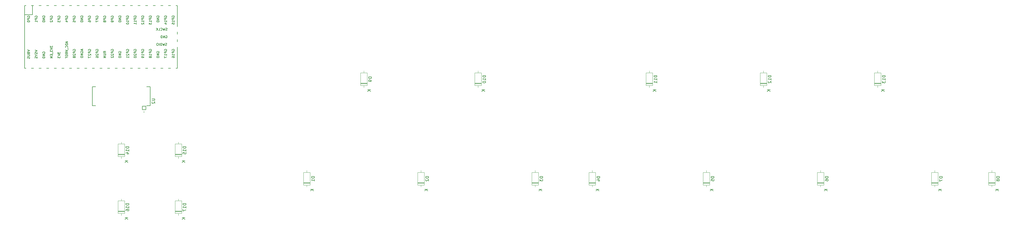
<source format=gbo>
G04 #@! TF.GenerationSoftware,KiCad,Pcbnew,8.0.3*
G04 #@! TF.CreationDate,2024-07-25T17:07:34-07:00*
G04 #@! TF.ProjectId,melokey,6d656c6f-6b65-4792-9e6b-696361645f70,rev?*
G04 #@! TF.SameCoordinates,Original*
G04 #@! TF.FileFunction,Legend,Bot*
G04 #@! TF.FilePolarity,Positive*
%FSLAX46Y46*%
G04 Gerber Fmt 4.6, Leading zero omitted, Abs format (unit mm)*
G04 Created by KiCad (PCBNEW 8.0.3) date 2024-07-25 17:07:34*
%MOMM*%
%LPD*%
G01*
G04 APERTURE LIST*
G04 Aperture macros list*
%AMRoundRect*
0 Rectangle with rounded corners*
0 $1 Rounding radius*
0 $2 $3 $4 $5 $6 $7 $8 $9 X,Y pos of 4 corners*
0 Add a 4 corners polygon primitive as box body*
4,1,4,$2,$3,$4,$5,$6,$7,$8,$9,$2,$3,0*
0 Add four circle primitives for the rounded corners*
1,1,$1+$1,$2,$3*
1,1,$1+$1,$4,$5*
1,1,$1+$1,$6,$7*
1,1,$1+$1,$8,$9*
0 Add four rect primitives between the rounded corners*
20,1,$1+$1,$2,$3,$4,$5,0*
20,1,$1+$1,$4,$5,$6,$7,0*
20,1,$1+$1,$6,$7,$8,$9,0*
20,1,$1+$1,$8,$9,$2,$3,0*%
G04 Aperture macros list end*
%ADD10C,0.150000*%
%ADD11C,0.120000*%
%ADD12C,0.127000*%
%ADD13C,0.200000*%
%ADD14C,1.750000*%
%ADD15C,4.000000*%
%ADD16C,2.500000*%
%ADD17C,3.048000*%
%ADD18C,3.987800*%
%ADD19R,1.600000X1.600000*%
%ADD20O,1.600000X1.600000*%
%ADD21RoundRect,0.102000X0.570000X-0.570000X0.570000X0.570000X-0.570000X0.570000X-0.570000X-0.570000X0*%
%ADD22C,1.344000*%
%ADD23O,1.700000X1.700000*%
%ADD24R,1.700000X3.500000*%
%ADD25R,1.700000X1.700000*%
%ADD26R,3.500000X1.700000*%
G04 APERTURE END LIST*
D10*
X107191069Y-212463214D02*
X106191069Y-212463214D01*
X106191069Y-212463214D02*
X106191069Y-212701309D01*
X106191069Y-212701309D02*
X106238688Y-212844166D01*
X106238688Y-212844166D02*
X106333926Y-212939404D01*
X106333926Y-212939404D02*
X106429164Y-212987023D01*
X106429164Y-212987023D02*
X106619640Y-213034642D01*
X106619640Y-213034642D02*
X106762497Y-213034642D01*
X106762497Y-213034642D02*
X106952973Y-212987023D01*
X106952973Y-212987023D02*
X107048211Y-212939404D01*
X107048211Y-212939404D02*
X107143450Y-212844166D01*
X107143450Y-212844166D02*
X107191069Y-212701309D01*
X107191069Y-212701309D02*
X107191069Y-212463214D01*
X107191069Y-213987023D02*
X107191069Y-213415595D01*
X107191069Y-213701309D02*
X106191069Y-213701309D01*
X106191069Y-213701309D02*
X106333926Y-213606071D01*
X106333926Y-213606071D02*
X106429164Y-213510833D01*
X106429164Y-213510833D02*
X106476783Y-213415595D01*
X106191069Y-214320357D02*
X106191069Y-214987023D01*
X106191069Y-214987023D02*
X107191069Y-214558452D01*
X106871069Y-217225595D02*
X105871069Y-217225595D01*
X106871069Y-217797023D02*
X106299640Y-217368452D01*
X105871069Y-217797023D02*
X106442497Y-217225595D01*
X264353569Y-169600714D02*
X263353569Y-169600714D01*
X263353569Y-169600714D02*
X263353569Y-169838809D01*
X263353569Y-169838809D02*
X263401188Y-169981666D01*
X263401188Y-169981666D02*
X263496426Y-170076904D01*
X263496426Y-170076904D02*
X263591664Y-170124523D01*
X263591664Y-170124523D02*
X263782140Y-170172142D01*
X263782140Y-170172142D02*
X263924997Y-170172142D01*
X263924997Y-170172142D02*
X264115473Y-170124523D01*
X264115473Y-170124523D02*
X264210711Y-170076904D01*
X264210711Y-170076904D02*
X264305950Y-169981666D01*
X264305950Y-169981666D02*
X264353569Y-169838809D01*
X264353569Y-169838809D02*
X264353569Y-169600714D01*
X264353569Y-171124523D02*
X264353569Y-170553095D01*
X264353569Y-170838809D02*
X263353569Y-170838809D01*
X263353569Y-170838809D02*
X263496426Y-170743571D01*
X263496426Y-170743571D02*
X263591664Y-170648333D01*
X263591664Y-170648333D02*
X263639283Y-170553095D01*
X264353569Y-172076904D02*
X264353569Y-171505476D01*
X264353569Y-171791190D02*
X263353569Y-171791190D01*
X263353569Y-171791190D02*
X263496426Y-171695952D01*
X263496426Y-171695952D02*
X263591664Y-171600714D01*
X263591664Y-171600714D02*
X263639283Y-171505476D01*
X264033569Y-174363095D02*
X263033569Y-174363095D01*
X264033569Y-174934523D02*
X263462140Y-174505952D01*
X263033569Y-174934523D02*
X263604997Y-174363095D01*
X245303569Y-203414405D02*
X244303569Y-203414405D01*
X244303569Y-203414405D02*
X244303569Y-203652500D01*
X244303569Y-203652500D02*
X244351188Y-203795357D01*
X244351188Y-203795357D02*
X244446426Y-203890595D01*
X244446426Y-203890595D02*
X244541664Y-203938214D01*
X244541664Y-203938214D02*
X244732140Y-203985833D01*
X244732140Y-203985833D02*
X244874997Y-203985833D01*
X244874997Y-203985833D02*
X245065473Y-203938214D01*
X245065473Y-203938214D02*
X245160711Y-203890595D01*
X245160711Y-203890595D02*
X245255950Y-203795357D01*
X245255950Y-203795357D02*
X245303569Y-203652500D01*
X245303569Y-203652500D02*
X245303569Y-203414405D01*
X244636902Y-204842976D02*
X245303569Y-204842976D01*
X244255950Y-204604881D02*
X244970235Y-204366786D01*
X244970235Y-204366786D02*
X244970235Y-204985833D01*
X244983569Y-207700595D02*
X243983569Y-207700595D01*
X244983569Y-208272023D02*
X244412140Y-207843452D01*
X243983569Y-208272023D02*
X244554997Y-207700595D01*
X207203569Y-169600714D02*
X206203569Y-169600714D01*
X206203569Y-169600714D02*
X206203569Y-169838809D01*
X206203569Y-169838809D02*
X206251188Y-169981666D01*
X206251188Y-169981666D02*
X206346426Y-170076904D01*
X206346426Y-170076904D02*
X206441664Y-170124523D01*
X206441664Y-170124523D02*
X206632140Y-170172142D01*
X206632140Y-170172142D02*
X206774997Y-170172142D01*
X206774997Y-170172142D02*
X206965473Y-170124523D01*
X206965473Y-170124523D02*
X207060711Y-170076904D01*
X207060711Y-170076904D02*
X207155950Y-169981666D01*
X207155950Y-169981666D02*
X207203569Y-169838809D01*
X207203569Y-169838809D02*
X207203569Y-169600714D01*
X207203569Y-171124523D02*
X207203569Y-170553095D01*
X207203569Y-170838809D02*
X206203569Y-170838809D01*
X206203569Y-170838809D02*
X206346426Y-170743571D01*
X206346426Y-170743571D02*
X206441664Y-170648333D01*
X206441664Y-170648333D02*
X206489283Y-170553095D01*
X206203569Y-171743571D02*
X206203569Y-171838809D01*
X206203569Y-171838809D02*
X206251188Y-171934047D01*
X206251188Y-171934047D02*
X206298807Y-171981666D01*
X206298807Y-171981666D02*
X206394045Y-172029285D01*
X206394045Y-172029285D02*
X206584521Y-172076904D01*
X206584521Y-172076904D02*
X206822616Y-172076904D01*
X206822616Y-172076904D02*
X207013092Y-172029285D01*
X207013092Y-172029285D02*
X207108330Y-171981666D01*
X207108330Y-171981666D02*
X207155950Y-171934047D01*
X207155950Y-171934047D02*
X207203569Y-171838809D01*
X207203569Y-171838809D02*
X207203569Y-171743571D01*
X207203569Y-171743571D02*
X207155950Y-171648333D01*
X207155950Y-171648333D02*
X207108330Y-171600714D01*
X207108330Y-171600714D02*
X207013092Y-171553095D01*
X207013092Y-171553095D02*
X206822616Y-171505476D01*
X206822616Y-171505476D02*
X206584521Y-171505476D01*
X206584521Y-171505476D02*
X206394045Y-171553095D01*
X206394045Y-171553095D02*
X206298807Y-171600714D01*
X206298807Y-171600714D02*
X206251188Y-171648333D01*
X206251188Y-171648333D02*
X206203569Y-171743571D01*
X206883569Y-174363095D02*
X205883569Y-174363095D01*
X206883569Y-174934523D02*
X206312140Y-174505952D01*
X205883569Y-174934523D02*
X206454997Y-174363095D01*
X88141069Y-193413214D02*
X87141069Y-193413214D01*
X87141069Y-193413214D02*
X87141069Y-193651309D01*
X87141069Y-193651309D02*
X87188688Y-193794166D01*
X87188688Y-193794166D02*
X87283926Y-193889404D01*
X87283926Y-193889404D02*
X87379164Y-193937023D01*
X87379164Y-193937023D02*
X87569640Y-193984642D01*
X87569640Y-193984642D02*
X87712497Y-193984642D01*
X87712497Y-193984642D02*
X87902973Y-193937023D01*
X87902973Y-193937023D02*
X87998211Y-193889404D01*
X87998211Y-193889404D02*
X88093450Y-193794166D01*
X88093450Y-193794166D02*
X88141069Y-193651309D01*
X88141069Y-193651309D02*
X88141069Y-193413214D01*
X88141069Y-194937023D02*
X88141069Y-194365595D01*
X88141069Y-194651309D02*
X87141069Y-194651309D01*
X87141069Y-194651309D02*
X87283926Y-194556071D01*
X87283926Y-194556071D02*
X87379164Y-194460833D01*
X87379164Y-194460833D02*
X87426783Y-194365595D01*
X87474402Y-195794166D02*
X88141069Y-195794166D01*
X87093450Y-195556071D02*
X87807735Y-195317976D01*
X87807735Y-195317976D02*
X87807735Y-195937023D01*
X87821069Y-198175595D02*
X86821069Y-198175595D01*
X87821069Y-198747023D02*
X87249640Y-198318452D01*
X86821069Y-198747023D02*
X87392497Y-198175595D01*
X378653569Y-203414405D02*
X377653569Y-203414405D01*
X377653569Y-203414405D02*
X377653569Y-203652500D01*
X377653569Y-203652500D02*
X377701188Y-203795357D01*
X377701188Y-203795357D02*
X377796426Y-203890595D01*
X377796426Y-203890595D02*
X377891664Y-203938214D01*
X377891664Y-203938214D02*
X378082140Y-203985833D01*
X378082140Y-203985833D02*
X378224997Y-203985833D01*
X378224997Y-203985833D02*
X378415473Y-203938214D01*
X378415473Y-203938214D02*
X378510711Y-203890595D01*
X378510711Y-203890595D02*
X378605950Y-203795357D01*
X378605950Y-203795357D02*
X378653569Y-203652500D01*
X378653569Y-203652500D02*
X378653569Y-203414405D01*
X378082140Y-204557262D02*
X378034521Y-204462024D01*
X378034521Y-204462024D02*
X377986902Y-204414405D01*
X377986902Y-204414405D02*
X377891664Y-204366786D01*
X377891664Y-204366786D02*
X377844045Y-204366786D01*
X377844045Y-204366786D02*
X377748807Y-204414405D01*
X377748807Y-204414405D02*
X377701188Y-204462024D01*
X377701188Y-204462024D02*
X377653569Y-204557262D01*
X377653569Y-204557262D02*
X377653569Y-204747738D01*
X377653569Y-204747738D02*
X377701188Y-204842976D01*
X377701188Y-204842976D02*
X377748807Y-204890595D01*
X377748807Y-204890595D02*
X377844045Y-204938214D01*
X377844045Y-204938214D02*
X377891664Y-204938214D01*
X377891664Y-204938214D02*
X377986902Y-204890595D01*
X377986902Y-204890595D02*
X378034521Y-204842976D01*
X378034521Y-204842976D02*
X378082140Y-204747738D01*
X378082140Y-204747738D02*
X378082140Y-204557262D01*
X378082140Y-204557262D02*
X378129759Y-204462024D01*
X378129759Y-204462024D02*
X378177378Y-204414405D01*
X378177378Y-204414405D02*
X378272616Y-204366786D01*
X378272616Y-204366786D02*
X378463092Y-204366786D01*
X378463092Y-204366786D02*
X378558330Y-204414405D01*
X378558330Y-204414405D02*
X378605950Y-204462024D01*
X378605950Y-204462024D02*
X378653569Y-204557262D01*
X378653569Y-204557262D02*
X378653569Y-204747738D01*
X378653569Y-204747738D02*
X378605950Y-204842976D01*
X378605950Y-204842976D02*
X378558330Y-204890595D01*
X378558330Y-204890595D02*
X378463092Y-204938214D01*
X378463092Y-204938214D02*
X378272616Y-204938214D01*
X378272616Y-204938214D02*
X378177378Y-204890595D01*
X378177378Y-204890595D02*
X378129759Y-204842976D01*
X378129759Y-204842976D02*
X378082140Y-204747738D01*
X378333569Y-207700595D02*
X377333569Y-207700595D01*
X378333569Y-208272023D02*
X377762140Y-207843452D01*
X377333569Y-208272023D02*
X377904997Y-207700595D01*
X107191069Y-193413214D02*
X106191069Y-193413214D01*
X106191069Y-193413214D02*
X106191069Y-193651309D01*
X106191069Y-193651309D02*
X106238688Y-193794166D01*
X106238688Y-193794166D02*
X106333926Y-193889404D01*
X106333926Y-193889404D02*
X106429164Y-193937023D01*
X106429164Y-193937023D02*
X106619640Y-193984642D01*
X106619640Y-193984642D02*
X106762497Y-193984642D01*
X106762497Y-193984642D02*
X106952973Y-193937023D01*
X106952973Y-193937023D02*
X107048211Y-193889404D01*
X107048211Y-193889404D02*
X107143450Y-193794166D01*
X107143450Y-193794166D02*
X107191069Y-193651309D01*
X107191069Y-193651309D02*
X107191069Y-193413214D01*
X107191069Y-194937023D02*
X107191069Y-194365595D01*
X107191069Y-194651309D02*
X106191069Y-194651309D01*
X106191069Y-194651309D02*
X106333926Y-194556071D01*
X106333926Y-194556071D02*
X106429164Y-194460833D01*
X106429164Y-194460833D02*
X106476783Y-194365595D01*
X106191069Y-195841785D02*
X106191069Y-195365595D01*
X106191069Y-195365595D02*
X106667259Y-195317976D01*
X106667259Y-195317976D02*
X106619640Y-195365595D01*
X106619640Y-195365595D02*
X106572021Y-195460833D01*
X106572021Y-195460833D02*
X106572021Y-195698928D01*
X106572021Y-195698928D02*
X106619640Y-195794166D01*
X106619640Y-195794166D02*
X106667259Y-195841785D01*
X106667259Y-195841785D02*
X106762497Y-195889404D01*
X106762497Y-195889404D02*
X107000592Y-195889404D01*
X107000592Y-195889404D02*
X107095830Y-195841785D01*
X107095830Y-195841785D02*
X107143450Y-195794166D01*
X107143450Y-195794166D02*
X107191069Y-195698928D01*
X107191069Y-195698928D02*
X107191069Y-195460833D01*
X107191069Y-195460833D02*
X107143450Y-195365595D01*
X107143450Y-195365595D02*
X107095830Y-195317976D01*
X106871069Y-198175595D02*
X105871069Y-198175595D01*
X106871069Y-198747023D02*
X106299640Y-198318452D01*
X105871069Y-198747023D02*
X106442497Y-198175595D01*
X188153569Y-203414405D02*
X187153569Y-203414405D01*
X187153569Y-203414405D02*
X187153569Y-203652500D01*
X187153569Y-203652500D02*
X187201188Y-203795357D01*
X187201188Y-203795357D02*
X187296426Y-203890595D01*
X187296426Y-203890595D02*
X187391664Y-203938214D01*
X187391664Y-203938214D02*
X187582140Y-203985833D01*
X187582140Y-203985833D02*
X187724997Y-203985833D01*
X187724997Y-203985833D02*
X187915473Y-203938214D01*
X187915473Y-203938214D02*
X188010711Y-203890595D01*
X188010711Y-203890595D02*
X188105950Y-203795357D01*
X188105950Y-203795357D02*
X188153569Y-203652500D01*
X188153569Y-203652500D02*
X188153569Y-203414405D01*
X187248807Y-204366786D02*
X187201188Y-204414405D01*
X187201188Y-204414405D02*
X187153569Y-204509643D01*
X187153569Y-204509643D02*
X187153569Y-204747738D01*
X187153569Y-204747738D02*
X187201188Y-204842976D01*
X187201188Y-204842976D02*
X187248807Y-204890595D01*
X187248807Y-204890595D02*
X187344045Y-204938214D01*
X187344045Y-204938214D02*
X187439283Y-204938214D01*
X187439283Y-204938214D02*
X187582140Y-204890595D01*
X187582140Y-204890595D02*
X188153569Y-204319167D01*
X188153569Y-204319167D02*
X188153569Y-204938214D01*
X187833569Y-207700595D02*
X186833569Y-207700595D01*
X187833569Y-208272023D02*
X187262140Y-207843452D01*
X186833569Y-208272023D02*
X187404997Y-207700595D01*
X226253569Y-203414405D02*
X225253569Y-203414405D01*
X225253569Y-203414405D02*
X225253569Y-203652500D01*
X225253569Y-203652500D02*
X225301188Y-203795357D01*
X225301188Y-203795357D02*
X225396426Y-203890595D01*
X225396426Y-203890595D02*
X225491664Y-203938214D01*
X225491664Y-203938214D02*
X225682140Y-203985833D01*
X225682140Y-203985833D02*
X225824997Y-203985833D01*
X225824997Y-203985833D02*
X226015473Y-203938214D01*
X226015473Y-203938214D02*
X226110711Y-203890595D01*
X226110711Y-203890595D02*
X226205950Y-203795357D01*
X226205950Y-203795357D02*
X226253569Y-203652500D01*
X226253569Y-203652500D02*
X226253569Y-203414405D01*
X225253569Y-204319167D02*
X225253569Y-204938214D01*
X225253569Y-204938214D02*
X225634521Y-204604881D01*
X225634521Y-204604881D02*
X225634521Y-204747738D01*
X225634521Y-204747738D02*
X225682140Y-204842976D01*
X225682140Y-204842976D02*
X225729759Y-204890595D01*
X225729759Y-204890595D02*
X225824997Y-204938214D01*
X225824997Y-204938214D02*
X226063092Y-204938214D01*
X226063092Y-204938214D02*
X226158330Y-204890595D01*
X226158330Y-204890595D02*
X226205950Y-204842976D01*
X226205950Y-204842976D02*
X226253569Y-204747738D01*
X226253569Y-204747738D02*
X226253569Y-204462024D01*
X226253569Y-204462024D02*
X226205950Y-204366786D01*
X226205950Y-204366786D02*
X226158330Y-204319167D01*
X225933569Y-207700595D02*
X224933569Y-207700595D01*
X225933569Y-208272023D02*
X225362140Y-207843452D01*
X224933569Y-208272023D02*
X225504997Y-207700595D01*
X302453569Y-169600714D02*
X301453569Y-169600714D01*
X301453569Y-169600714D02*
X301453569Y-169838809D01*
X301453569Y-169838809D02*
X301501188Y-169981666D01*
X301501188Y-169981666D02*
X301596426Y-170076904D01*
X301596426Y-170076904D02*
X301691664Y-170124523D01*
X301691664Y-170124523D02*
X301882140Y-170172142D01*
X301882140Y-170172142D02*
X302024997Y-170172142D01*
X302024997Y-170172142D02*
X302215473Y-170124523D01*
X302215473Y-170124523D02*
X302310711Y-170076904D01*
X302310711Y-170076904D02*
X302405950Y-169981666D01*
X302405950Y-169981666D02*
X302453569Y-169838809D01*
X302453569Y-169838809D02*
X302453569Y-169600714D01*
X302453569Y-171124523D02*
X302453569Y-170553095D01*
X302453569Y-170838809D02*
X301453569Y-170838809D01*
X301453569Y-170838809D02*
X301596426Y-170743571D01*
X301596426Y-170743571D02*
X301691664Y-170648333D01*
X301691664Y-170648333D02*
X301739283Y-170553095D01*
X301548807Y-171505476D02*
X301501188Y-171553095D01*
X301501188Y-171553095D02*
X301453569Y-171648333D01*
X301453569Y-171648333D02*
X301453569Y-171886428D01*
X301453569Y-171886428D02*
X301501188Y-171981666D01*
X301501188Y-171981666D02*
X301548807Y-172029285D01*
X301548807Y-172029285D02*
X301644045Y-172076904D01*
X301644045Y-172076904D02*
X301739283Y-172076904D01*
X301739283Y-172076904D02*
X301882140Y-172029285D01*
X301882140Y-172029285D02*
X302453569Y-171457857D01*
X302453569Y-171457857D02*
X302453569Y-172076904D01*
X302133569Y-174363095D02*
X301133569Y-174363095D01*
X302133569Y-174934523D02*
X301562140Y-174505952D01*
X301133569Y-174934523D02*
X301704997Y-174363095D01*
X95796069Y-177393095D02*
X96605592Y-177393095D01*
X96605592Y-177393095D02*
X96700830Y-177440714D01*
X96700830Y-177440714D02*
X96748450Y-177488333D01*
X96748450Y-177488333D02*
X96796069Y-177583571D01*
X96796069Y-177583571D02*
X96796069Y-177774047D01*
X96796069Y-177774047D02*
X96748450Y-177869285D01*
X96748450Y-177869285D02*
X96700830Y-177916904D01*
X96700830Y-177916904D02*
X96605592Y-177964523D01*
X96605592Y-177964523D02*
X95796069Y-177964523D01*
X95891307Y-178393095D02*
X95843688Y-178440714D01*
X95843688Y-178440714D02*
X95796069Y-178535952D01*
X95796069Y-178535952D02*
X95796069Y-178774047D01*
X95796069Y-178774047D02*
X95843688Y-178869285D01*
X95843688Y-178869285D02*
X95891307Y-178916904D01*
X95891307Y-178916904D02*
X95986545Y-178964523D01*
X95986545Y-178964523D02*
X96081783Y-178964523D01*
X96081783Y-178964523D02*
X96224640Y-178916904D01*
X96224640Y-178916904D02*
X96796069Y-178345476D01*
X96796069Y-178345476D02*
X96796069Y-178964523D01*
X150053569Y-203414405D02*
X149053569Y-203414405D01*
X149053569Y-203414405D02*
X149053569Y-203652500D01*
X149053569Y-203652500D02*
X149101188Y-203795357D01*
X149101188Y-203795357D02*
X149196426Y-203890595D01*
X149196426Y-203890595D02*
X149291664Y-203938214D01*
X149291664Y-203938214D02*
X149482140Y-203985833D01*
X149482140Y-203985833D02*
X149624997Y-203985833D01*
X149624997Y-203985833D02*
X149815473Y-203938214D01*
X149815473Y-203938214D02*
X149910711Y-203890595D01*
X149910711Y-203890595D02*
X150005950Y-203795357D01*
X150005950Y-203795357D02*
X150053569Y-203652500D01*
X150053569Y-203652500D02*
X150053569Y-203414405D01*
X150053569Y-204938214D02*
X150053569Y-204366786D01*
X150053569Y-204652500D02*
X149053569Y-204652500D01*
X149053569Y-204652500D02*
X149196426Y-204557262D01*
X149196426Y-204557262D02*
X149291664Y-204462024D01*
X149291664Y-204462024D02*
X149339283Y-204366786D01*
X149733569Y-207700595D02*
X148733569Y-207700595D01*
X149733569Y-208272023D02*
X149162140Y-207843452D01*
X148733569Y-208272023D02*
X149304997Y-207700595D01*
X359603569Y-203414405D02*
X358603569Y-203414405D01*
X358603569Y-203414405D02*
X358603569Y-203652500D01*
X358603569Y-203652500D02*
X358651188Y-203795357D01*
X358651188Y-203795357D02*
X358746426Y-203890595D01*
X358746426Y-203890595D02*
X358841664Y-203938214D01*
X358841664Y-203938214D02*
X359032140Y-203985833D01*
X359032140Y-203985833D02*
X359174997Y-203985833D01*
X359174997Y-203985833D02*
X359365473Y-203938214D01*
X359365473Y-203938214D02*
X359460711Y-203890595D01*
X359460711Y-203890595D02*
X359555950Y-203795357D01*
X359555950Y-203795357D02*
X359603569Y-203652500D01*
X359603569Y-203652500D02*
X359603569Y-203414405D01*
X358603569Y-204319167D02*
X358603569Y-204985833D01*
X358603569Y-204985833D02*
X359603569Y-204557262D01*
X359283569Y-207700595D02*
X358283569Y-207700595D01*
X359283569Y-208272023D02*
X358712140Y-207843452D01*
X358283569Y-208272023D02*
X358854997Y-207700595D01*
X79696640Y-150076071D02*
X79658545Y-149999881D01*
X79658545Y-149999881D02*
X79658545Y-149885595D01*
X79658545Y-149885595D02*
X79696640Y-149771309D01*
X79696640Y-149771309D02*
X79772830Y-149695119D01*
X79772830Y-149695119D02*
X79849021Y-149657024D01*
X79849021Y-149657024D02*
X80001402Y-149618928D01*
X80001402Y-149618928D02*
X80115688Y-149618928D01*
X80115688Y-149618928D02*
X80268069Y-149657024D01*
X80268069Y-149657024D02*
X80344259Y-149695119D01*
X80344259Y-149695119D02*
X80420450Y-149771309D01*
X80420450Y-149771309D02*
X80458545Y-149885595D01*
X80458545Y-149885595D02*
X80458545Y-149961786D01*
X80458545Y-149961786D02*
X80420450Y-150076071D01*
X80420450Y-150076071D02*
X80382354Y-150114167D01*
X80382354Y-150114167D02*
X80115688Y-150114167D01*
X80115688Y-150114167D02*
X80115688Y-149961786D01*
X80458545Y-150457024D02*
X79658545Y-150457024D01*
X79658545Y-150457024D02*
X79658545Y-150761786D01*
X79658545Y-150761786D02*
X79696640Y-150837976D01*
X79696640Y-150837976D02*
X79734735Y-150876071D01*
X79734735Y-150876071D02*
X79810926Y-150914167D01*
X79810926Y-150914167D02*
X79925211Y-150914167D01*
X79925211Y-150914167D02*
X80001402Y-150876071D01*
X80001402Y-150876071D02*
X80039497Y-150837976D01*
X80039497Y-150837976D02*
X80077592Y-150761786D01*
X80077592Y-150761786D02*
X80077592Y-150457024D01*
X80001402Y-151371309D02*
X79963307Y-151295119D01*
X79963307Y-151295119D02*
X79925211Y-151257024D01*
X79925211Y-151257024D02*
X79849021Y-151218928D01*
X79849021Y-151218928D02*
X79810926Y-151218928D01*
X79810926Y-151218928D02*
X79734735Y-151257024D01*
X79734735Y-151257024D02*
X79696640Y-151295119D01*
X79696640Y-151295119D02*
X79658545Y-151371309D01*
X79658545Y-151371309D02*
X79658545Y-151523690D01*
X79658545Y-151523690D02*
X79696640Y-151599881D01*
X79696640Y-151599881D02*
X79734735Y-151637976D01*
X79734735Y-151637976D02*
X79810926Y-151676071D01*
X79810926Y-151676071D02*
X79849021Y-151676071D01*
X79849021Y-151676071D02*
X79925211Y-151637976D01*
X79925211Y-151637976D02*
X79963307Y-151599881D01*
X79963307Y-151599881D02*
X80001402Y-151523690D01*
X80001402Y-151523690D02*
X80001402Y-151371309D01*
X80001402Y-151371309D02*
X80039497Y-151295119D01*
X80039497Y-151295119D02*
X80077592Y-151257024D01*
X80077592Y-151257024D02*
X80153783Y-151218928D01*
X80153783Y-151218928D02*
X80306164Y-151218928D01*
X80306164Y-151218928D02*
X80382354Y-151257024D01*
X80382354Y-151257024D02*
X80420450Y-151295119D01*
X80420450Y-151295119D02*
X80458545Y-151371309D01*
X80458545Y-151371309D02*
X80458545Y-151523690D01*
X80458545Y-151523690D02*
X80420450Y-151599881D01*
X80420450Y-151599881D02*
X80382354Y-151637976D01*
X80382354Y-151637976D02*
X80306164Y-151676071D01*
X80306164Y-151676071D02*
X80153783Y-151676071D01*
X80153783Y-151676071D02*
X80077592Y-151637976D01*
X80077592Y-151637976D02*
X80039497Y-151599881D01*
X80039497Y-151599881D02*
X80001402Y-151523690D01*
X64418545Y-161737023D02*
X64418545Y-162232261D01*
X64418545Y-162232261D02*
X64723307Y-161965595D01*
X64723307Y-161965595D02*
X64723307Y-162079880D01*
X64723307Y-162079880D02*
X64761402Y-162156071D01*
X64761402Y-162156071D02*
X64799497Y-162194166D01*
X64799497Y-162194166D02*
X64875688Y-162232261D01*
X64875688Y-162232261D02*
X65066164Y-162232261D01*
X65066164Y-162232261D02*
X65142354Y-162194166D01*
X65142354Y-162194166D02*
X65180450Y-162156071D01*
X65180450Y-162156071D02*
X65218545Y-162079880D01*
X65218545Y-162079880D02*
X65218545Y-161851309D01*
X65218545Y-161851309D02*
X65180450Y-161775118D01*
X65180450Y-161775118D02*
X65142354Y-161737023D01*
X64418545Y-162460833D02*
X65218545Y-162727500D01*
X65218545Y-162727500D02*
X64418545Y-162994166D01*
X64418545Y-163184642D02*
X64418545Y-163679880D01*
X64418545Y-163679880D02*
X64723307Y-163413214D01*
X64723307Y-163413214D02*
X64723307Y-163527499D01*
X64723307Y-163527499D02*
X64761402Y-163603690D01*
X64761402Y-163603690D02*
X64799497Y-163641785D01*
X64799497Y-163641785D02*
X64875688Y-163679880D01*
X64875688Y-163679880D02*
X65066164Y-163679880D01*
X65066164Y-163679880D02*
X65142354Y-163641785D01*
X65142354Y-163641785D02*
X65180450Y-163603690D01*
X65180450Y-163603690D02*
X65218545Y-163527499D01*
X65218545Y-163527499D02*
X65218545Y-163298928D01*
X65218545Y-163298928D02*
X65180450Y-163222737D01*
X65180450Y-163222737D02*
X65142354Y-163184642D01*
X54296640Y-150076071D02*
X54258545Y-149999881D01*
X54258545Y-149999881D02*
X54258545Y-149885595D01*
X54258545Y-149885595D02*
X54296640Y-149771309D01*
X54296640Y-149771309D02*
X54372830Y-149695119D01*
X54372830Y-149695119D02*
X54449021Y-149657024D01*
X54449021Y-149657024D02*
X54601402Y-149618928D01*
X54601402Y-149618928D02*
X54715688Y-149618928D01*
X54715688Y-149618928D02*
X54868069Y-149657024D01*
X54868069Y-149657024D02*
X54944259Y-149695119D01*
X54944259Y-149695119D02*
X55020450Y-149771309D01*
X55020450Y-149771309D02*
X55058545Y-149885595D01*
X55058545Y-149885595D02*
X55058545Y-149961786D01*
X55058545Y-149961786D02*
X55020450Y-150076071D01*
X55020450Y-150076071D02*
X54982354Y-150114167D01*
X54982354Y-150114167D02*
X54715688Y-150114167D01*
X54715688Y-150114167D02*
X54715688Y-149961786D01*
X55058545Y-150457024D02*
X54258545Y-150457024D01*
X54258545Y-150457024D02*
X54258545Y-150761786D01*
X54258545Y-150761786D02*
X54296640Y-150837976D01*
X54296640Y-150837976D02*
X54334735Y-150876071D01*
X54334735Y-150876071D02*
X54410926Y-150914167D01*
X54410926Y-150914167D02*
X54525211Y-150914167D01*
X54525211Y-150914167D02*
X54601402Y-150876071D01*
X54601402Y-150876071D02*
X54639497Y-150837976D01*
X54639497Y-150837976D02*
X54677592Y-150761786D01*
X54677592Y-150761786D02*
X54677592Y-150457024D01*
X54258545Y-151409405D02*
X54258545Y-151485595D01*
X54258545Y-151485595D02*
X54296640Y-151561786D01*
X54296640Y-151561786D02*
X54334735Y-151599881D01*
X54334735Y-151599881D02*
X54410926Y-151637976D01*
X54410926Y-151637976D02*
X54563307Y-151676071D01*
X54563307Y-151676071D02*
X54753783Y-151676071D01*
X54753783Y-151676071D02*
X54906164Y-151637976D01*
X54906164Y-151637976D02*
X54982354Y-151599881D01*
X54982354Y-151599881D02*
X55020450Y-151561786D01*
X55020450Y-151561786D02*
X55058545Y-151485595D01*
X55058545Y-151485595D02*
X55058545Y-151409405D01*
X55058545Y-151409405D02*
X55020450Y-151333214D01*
X55020450Y-151333214D02*
X54982354Y-151295119D01*
X54982354Y-151295119D02*
X54906164Y-151257024D01*
X54906164Y-151257024D02*
X54753783Y-151218928D01*
X54753783Y-151218928D02*
X54563307Y-151218928D01*
X54563307Y-151218928D02*
X54410926Y-151257024D01*
X54410926Y-151257024D02*
X54334735Y-151295119D01*
X54334735Y-151295119D02*
X54296640Y-151333214D01*
X54296640Y-151333214D02*
X54258545Y-151409405D01*
X82236640Y-150076071D02*
X82198545Y-149999881D01*
X82198545Y-149999881D02*
X82198545Y-149885595D01*
X82198545Y-149885595D02*
X82236640Y-149771309D01*
X82236640Y-149771309D02*
X82312830Y-149695119D01*
X82312830Y-149695119D02*
X82389021Y-149657024D01*
X82389021Y-149657024D02*
X82541402Y-149618928D01*
X82541402Y-149618928D02*
X82655688Y-149618928D01*
X82655688Y-149618928D02*
X82808069Y-149657024D01*
X82808069Y-149657024D02*
X82884259Y-149695119D01*
X82884259Y-149695119D02*
X82960450Y-149771309D01*
X82960450Y-149771309D02*
X82998545Y-149885595D01*
X82998545Y-149885595D02*
X82998545Y-149961786D01*
X82998545Y-149961786D02*
X82960450Y-150076071D01*
X82960450Y-150076071D02*
X82922354Y-150114167D01*
X82922354Y-150114167D02*
X82655688Y-150114167D01*
X82655688Y-150114167D02*
X82655688Y-149961786D01*
X82998545Y-150457024D02*
X82198545Y-150457024D01*
X82198545Y-150457024D02*
X82198545Y-150761786D01*
X82198545Y-150761786D02*
X82236640Y-150837976D01*
X82236640Y-150837976D02*
X82274735Y-150876071D01*
X82274735Y-150876071D02*
X82350926Y-150914167D01*
X82350926Y-150914167D02*
X82465211Y-150914167D01*
X82465211Y-150914167D02*
X82541402Y-150876071D01*
X82541402Y-150876071D02*
X82579497Y-150837976D01*
X82579497Y-150837976D02*
X82617592Y-150761786D01*
X82617592Y-150761786D02*
X82617592Y-150457024D01*
X82998545Y-151295119D02*
X82998545Y-151447500D01*
X82998545Y-151447500D02*
X82960450Y-151523690D01*
X82960450Y-151523690D02*
X82922354Y-151561786D01*
X82922354Y-151561786D02*
X82808069Y-151637976D01*
X82808069Y-151637976D02*
X82655688Y-151676071D01*
X82655688Y-151676071D02*
X82350926Y-151676071D01*
X82350926Y-151676071D02*
X82274735Y-151637976D01*
X82274735Y-151637976D02*
X82236640Y-151599881D01*
X82236640Y-151599881D02*
X82198545Y-151523690D01*
X82198545Y-151523690D02*
X82198545Y-151371309D01*
X82198545Y-151371309D02*
X82236640Y-151295119D01*
X82236640Y-151295119D02*
X82274735Y-151257024D01*
X82274735Y-151257024D02*
X82350926Y-151218928D01*
X82350926Y-151218928D02*
X82541402Y-151218928D01*
X82541402Y-151218928D02*
X82617592Y-151257024D01*
X82617592Y-151257024D02*
X82655688Y-151295119D01*
X82655688Y-151295119D02*
X82693783Y-151371309D01*
X82693783Y-151371309D02*
X82693783Y-151523690D01*
X82693783Y-151523690D02*
X82655688Y-151599881D01*
X82655688Y-151599881D02*
X82617592Y-151637976D01*
X82617592Y-151637976D02*
X82541402Y-151676071D01*
X100885774Y-154471700D02*
X100771488Y-154509795D01*
X100771488Y-154509795D02*
X100581012Y-154509795D01*
X100581012Y-154509795D02*
X100504821Y-154471700D01*
X100504821Y-154471700D02*
X100466726Y-154433604D01*
X100466726Y-154433604D02*
X100428631Y-154357414D01*
X100428631Y-154357414D02*
X100428631Y-154281223D01*
X100428631Y-154281223D02*
X100466726Y-154205033D01*
X100466726Y-154205033D02*
X100504821Y-154166938D01*
X100504821Y-154166938D02*
X100581012Y-154128842D01*
X100581012Y-154128842D02*
X100733393Y-154090747D01*
X100733393Y-154090747D02*
X100809583Y-154052652D01*
X100809583Y-154052652D02*
X100847678Y-154014557D01*
X100847678Y-154014557D02*
X100885774Y-153938366D01*
X100885774Y-153938366D02*
X100885774Y-153862176D01*
X100885774Y-153862176D02*
X100847678Y-153785985D01*
X100847678Y-153785985D02*
X100809583Y-153747890D01*
X100809583Y-153747890D02*
X100733393Y-153709795D01*
X100733393Y-153709795D02*
X100542916Y-153709795D01*
X100542916Y-153709795D02*
X100428631Y-153747890D01*
X100161964Y-153709795D02*
X99971488Y-154509795D01*
X99971488Y-154509795D02*
X99819107Y-153938366D01*
X99819107Y-153938366D02*
X99666726Y-154509795D01*
X99666726Y-154509795D02*
X99476250Y-153709795D01*
X98714344Y-154433604D02*
X98752440Y-154471700D01*
X98752440Y-154471700D02*
X98866725Y-154509795D01*
X98866725Y-154509795D02*
X98942916Y-154509795D01*
X98942916Y-154509795D02*
X99057202Y-154471700D01*
X99057202Y-154471700D02*
X99133392Y-154395509D01*
X99133392Y-154395509D02*
X99171487Y-154319319D01*
X99171487Y-154319319D02*
X99209583Y-154166938D01*
X99209583Y-154166938D02*
X99209583Y-154052652D01*
X99209583Y-154052652D02*
X99171487Y-153900271D01*
X99171487Y-153900271D02*
X99133392Y-153824080D01*
X99133392Y-153824080D02*
X99057202Y-153747890D01*
X99057202Y-153747890D02*
X98942916Y-153709795D01*
X98942916Y-153709795D02*
X98866725Y-153709795D01*
X98866725Y-153709795D02*
X98752440Y-153747890D01*
X98752440Y-153747890D02*
X98714344Y-153785985D01*
X97990535Y-154509795D02*
X98371487Y-154509795D01*
X98371487Y-154509795D02*
X98371487Y-153709795D01*
X97723868Y-154509795D02*
X97723868Y-153709795D01*
X97266725Y-154509795D02*
X97609583Y-154052652D01*
X97266725Y-153709795D02*
X97723868Y-154166938D01*
X72609973Y-160817976D02*
X72609973Y-161198929D01*
X72838545Y-160741786D02*
X72038545Y-161008453D01*
X72038545Y-161008453D02*
X72838545Y-161275119D01*
X72076640Y-161960833D02*
X72038545Y-161884643D01*
X72038545Y-161884643D02*
X72038545Y-161770357D01*
X72038545Y-161770357D02*
X72076640Y-161656071D01*
X72076640Y-161656071D02*
X72152830Y-161579881D01*
X72152830Y-161579881D02*
X72229021Y-161541786D01*
X72229021Y-161541786D02*
X72381402Y-161503690D01*
X72381402Y-161503690D02*
X72495688Y-161503690D01*
X72495688Y-161503690D02*
X72648069Y-161541786D01*
X72648069Y-161541786D02*
X72724259Y-161579881D01*
X72724259Y-161579881D02*
X72800450Y-161656071D01*
X72800450Y-161656071D02*
X72838545Y-161770357D01*
X72838545Y-161770357D02*
X72838545Y-161846548D01*
X72838545Y-161846548D02*
X72800450Y-161960833D01*
X72800450Y-161960833D02*
X72762354Y-161998929D01*
X72762354Y-161998929D02*
X72495688Y-161998929D01*
X72495688Y-161998929D02*
X72495688Y-161846548D01*
X72838545Y-162341786D02*
X72038545Y-162341786D01*
X72038545Y-162341786D02*
X72838545Y-162798929D01*
X72838545Y-162798929D02*
X72038545Y-162798929D01*
X72838545Y-163179881D02*
X72038545Y-163179881D01*
X72038545Y-163179881D02*
X72038545Y-163370357D01*
X72038545Y-163370357D02*
X72076640Y-163484643D01*
X72076640Y-163484643D02*
X72152830Y-163560833D01*
X72152830Y-163560833D02*
X72229021Y-163598928D01*
X72229021Y-163598928D02*
X72381402Y-163637024D01*
X72381402Y-163637024D02*
X72495688Y-163637024D01*
X72495688Y-163637024D02*
X72648069Y-163598928D01*
X72648069Y-163598928D02*
X72724259Y-163560833D01*
X72724259Y-163560833D02*
X72800450Y-163484643D01*
X72800450Y-163484643D02*
X72838545Y-163370357D01*
X72838545Y-163370357D02*
X72838545Y-163179881D01*
X100435773Y-156287890D02*
X100511963Y-156249795D01*
X100511963Y-156249795D02*
X100626249Y-156249795D01*
X100626249Y-156249795D02*
X100740535Y-156287890D01*
X100740535Y-156287890D02*
X100816725Y-156364080D01*
X100816725Y-156364080D02*
X100854820Y-156440271D01*
X100854820Y-156440271D02*
X100892916Y-156592652D01*
X100892916Y-156592652D02*
X100892916Y-156706938D01*
X100892916Y-156706938D02*
X100854820Y-156859319D01*
X100854820Y-156859319D02*
X100816725Y-156935509D01*
X100816725Y-156935509D02*
X100740535Y-157011700D01*
X100740535Y-157011700D02*
X100626249Y-157049795D01*
X100626249Y-157049795D02*
X100550058Y-157049795D01*
X100550058Y-157049795D02*
X100435773Y-157011700D01*
X100435773Y-157011700D02*
X100397677Y-156973604D01*
X100397677Y-156973604D02*
X100397677Y-156706938D01*
X100397677Y-156706938D02*
X100550058Y-156706938D01*
X100054820Y-157049795D02*
X100054820Y-156249795D01*
X100054820Y-156249795D02*
X99597677Y-157049795D01*
X99597677Y-157049795D02*
X99597677Y-156249795D01*
X99216725Y-157049795D02*
X99216725Y-156249795D01*
X99216725Y-156249795D02*
X99026249Y-156249795D01*
X99026249Y-156249795D02*
X98911963Y-156287890D01*
X98911963Y-156287890D02*
X98835773Y-156364080D01*
X98835773Y-156364080D02*
X98797678Y-156440271D01*
X98797678Y-156440271D02*
X98759582Y-156592652D01*
X98759582Y-156592652D02*
X98759582Y-156706938D01*
X98759582Y-156706938D02*
X98797678Y-156859319D01*
X98797678Y-156859319D02*
X98835773Y-156935509D01*
X98835773Y-156935509D02*
X98911963Y-157011700D01*
X98911963Y-157011700D02*
X99026249Y-157049795D01*
X99026249Y-157049795D02*
X99216725Y-157049795D01*
X56826640Y-150076071D02*
X56788545Y-149999881D01*
X56788545Y-149999881D02*
X56788545Y-149885595D01*
X56788545Y-149885595D02*
X56826640Y-149771309D01*
X56826640Y-149771309D02*
X56902830Y-149695119D01*
X56902830Y-149695119D02*
X56979021Y-149657024D01*
X56979021Y-149657024D02*
X57131402Y-149618928D01*
X57131402Y-149618928D02*
X57245688Y-149618928D01*
X57245688Y-149618928D02*
X57398069Y-149657024D01*
X57398069Y-149657024D02*
X57474259Y-149695119D01*
X57474259Y-149695119D02*
X57550450Y-149771309D01*
X57550450Y-149771309D02*
X57588545Y-149885595D01*
X57588545Y-149885595D02*
X57588545Y-149961786D01*
X57588545Y-149961786D02*
X57550450Y-150076071D01*
X57550450Y-150076071D02*
X57512354Y-150114167D01*
X57512354Y-150114167D02*
X57245688Y-150114167D01*
X57245688Y-150114167D02*
X57245688Y-149961786D01*
X57588545Y-150457024D02*
X56788545Y-150457024D01*
X56788545Y-150457024D02*
X56788545Y-150761786D01*
X56788545Y-150761786D02*
X56826640Y-150837976D01*
X56826640Y-150837976D02*
X56864735Y-150876071D01*
X56864735Y-150876071D02*
X56940926Y-150914167D01*
X56940926Y-150914167D02*
X57055211Y-150914167D01*
X57055211Y-150914167D02*
X57131402Y-150876071D01*
X57131402Y-150876071D02*
X57169497Y-150837976D01*
X57169497Y-150837976D02*
X57207592Y-150761786D01*
X57207592Y-150761786D02*
X57207592Y-150457024D01*
X57588545Y-151676071D02*
X57588545Y-151218928D01*
X57588545Y-151447500D02*
X56788545Y-151447500D01*
X56788545Y-151447500D02*
X56902830Y-151371309D01*
X56902830Y-151371309D02*
X56979021Y-151295119D01*
X56979021Y-151295119D02*
X57017116Y-151218928D01*
X100771488Y-159551700D02*
X100657202Y-159589795D01*
X100657202Y-159589795D02*
X100466726Y-159589795D01*
X100466726Y-159589795D02*
X100390535Y-159551700D01*
X100390535Y-159551700D02*
X100352440Y-159513604D01*
X100352440Y-159513604D02*
X100314345Y-159437414D01*
X100314345Y-159437414D02*
X100314345Y-159361223D01*
X100314345Y-159361223D02*
X100352440Y-159285033D01*
X100352440Y-159285033D02*
X100390535Y-159246938D01*
X100390535Y-159246938D02*
X100466726Y-159208842D01*
X100466726Y-159208842D02*
X100619107Y-159170747D01*
X100619107Y-159170747D02*
X100695297Y-159132652D01*
X100695297Y-159132652D02*
X100733392Y-159094557D01*
X100733392Y-159094557D02*
X100771488Y-159018366D01*
X100771488Y-159018366D02*
X100771488Y-158942176D01*
X100771488Y-158942176D02*
X100733392Y-158865985D01*
X100733392Y-158865985D02*
X100695297Y-158827890D01*
X100695297Y-158827890D02*
X100619107Y-158789795D01*
X100619107Y-158789795D02*
X100428630Y-158789795D01*
X100428630Y-158789795D02*
X100314345Y-158827890D01*
X100047678Y-158789795D02*
X99857202Y-159589795D01*
X99857202Y-159589795D02*
X99704821Y-159018366D01*
X99704821Y-159018366D02*
X99552440Y-159589795D01*
X99552440Y-159589795D02*
X99361964Y-158789795D01*
X99057201Y-159589795D02*
X99057201Y-158789795D01*
X99057201Y-158789795D02*
X98866725Y-158789795D01*
X98866725Y-158789795D02*
X98752439Y-158827890D01*
X98752439Y-158827890D02*
X98676249Y-158904080D01*
X98676249Y-158904080D02*
X98638154Y-158980271D01*
X98638154Y-158980271D02*
X98600058Y-159132652D01*
X98600058Y-159132652D02*
X98600058Y-159246938D01*
X98600058Y-159246938D02*
X98638154Y-159399319D01*
X98638154Y-159399319D02*
X98676249Y-159475509D01*
X98676249Y-159475509D02*
X98752439Y-159551700D01*
X98752439Y-159551700D02*
X98866725Y-159589795D01*
X98866725Y-159589795D02*
X99057201Y-159589795D01*
X98257201Y-159589795D02*
X98257201Y-158789795D01*
X97723868Y-158789795D02*
X97571487Y-158789795D01*
X97571487Y-158789795D02*
X97495297Y-158827890D01*
X97495297Y-158827890D02*
X97419106Y-158904080D01*
X97419106Y-158904080D02*
X97381011Y-159056461D01*
X97381011Y-159056461D02*
X97381011Y-159323128D01*
X97381011Y-159323128D02*
X97419106Y-159475509D01*
X97419106Y-159475509D02*
X97495297Y-159551700D01*
X97495297Y-159551700D02*
X97571487Y-159589795D01*
X97571487Y-159589795D02*
X97723868Y-159589795D01*
X97723868Y-159589795D02*
X97800059Y-159551700D01*
X97800059Y-159551700D02*
X97876249Y-159475509D01*
X97876249Y-159475509D02*
X97914345Y-159323128D01*
X97914345Y-159323128D02*
X97914345Y-159056461D01*
X97914345Y-159056461D02*
X97876249Y-158904080D01*
X97876249Y-158904080D02*
X97800059Y-158827890D01*
X97800059Y-158827890D02*
X97723868Y-158789795D01*
X69536640Y-150076071D02*
X69498545Y-149999881D01*
X69498545Y-149999881D02*
X69498545Y-149885595D01*
X69498545Y-149885595D02*
X69536640Y-149771309D01*
X69536640Y-149771309D02*
X69612830Y-149695119D01*
X69612830Y-149695119D02*
X69689021Y-149657024D01*
X69689021Y-149657024D02*
X69841402Y-149618928D01*
X69841402Y-149618928D02*
X69955688Y-149618928D01*
X69955688Y-149618928D02*
X70108069Y-149657024D01*
X70108069Y-149657024D02*
X70184259Y-149695119D01*
X70184259Y-149695119D02*
X70260450Y-149771309D01*
X70260450Y-149771309D02*
X70298545Y-149885595D01*
X70298545Y-149885595D02*
X70298545Y-149961786D01*
X70298545Y-149961786D02*
X70260450Y-150076071D01*
X70260450Y-150076071D02*
X70222354Y-150114167D01*
X70222354Y-150114167D02*
X69955688Y-150114167D01*
X69955688Y-150114167D02*
X69955688Y-149961786D01*
X70298545Y-150457024D02*
X69498545Y-150457024D01*
X69498545Y-150457024D02*
X69498545Y-150761786D01*
X69498545Y-150761786D02*
X69536640Y-150837976D01*
X69536640Y-150837976D02*
X69574735Y-150876071D01*
X69574735Y-150876071D02*
X69650926Y-150914167D01*
X69650926Y-150914167D02*
X69765211Y-150914167D01*
X69765211Y-150914167D02*
X69841402Y-150876071D01*
X69841402Y-150876071D02*
X69879497Y-150837976D01*
X69879497Y-150837976D02*
X69917592Y-150761786D01*
X69917592Y-150761786D02*
X69917592Y-150457024D01*
X69498545Y-151637976D02*
X69498545Y-151257024D01*
X69498545Y-151257024D02*
X69879497Y-151218928D01*
X69879497Y-151218928D02*
X69841402Y-151257024D01*
X69841402Y-151257024D02*
X69803307Y-151333214D01*
X69803307Y-151333214D02*
X69803307Y-151523690D01*
X69803307Y-151523690D02*
X69841402Y-151599881D01*
X69841402Y-151599881D02*
X69879497Y-151637976D01*
X69879497Y-151637976D02*
X69955688Y-151676071D01*
X69955688Y-151676071D02*
X70146164Y-151676071D01*
X70146164Y-151676071D02*
X70222354Y-151637976D01*
X70222354Y-151637976D02*
X70260450Y-151599881D01*
X70260450Y-151599881D02*
X70298545Y-151523690D01*
X70298545Y-151523690D02*
X70298545Y-151333214D01*
X70298545Y-151333214D02*
X70260450Y-151257024D01*
X70260450Y-151257024D02*
X70222354Y-151218928D01*
X74626640Y-161275118D02*
X74588545Y-161198928D01*
X74588545Y-161198928D02*
X74588545Y-161084642D01*
X74588545Y-161084642D02*
X74626640Y-160970356D01*
X74626640Y-160970356D02*
X74702830Y-160894166D01*
X74702830Y-160894166D02*
X74779021Y-160856071D01*
X74779021Y-160856071D02*
X74931402Y-160817975D01*
X74931402Y-160817975D02*
X75045688Y-160817975D01*
X75045688Y-160817975D02*
X75198069Y-160856071D01*
X75198069Y-160856071D02*
X75274259Y-160894166D01*
X75274259Y-160894166D02*
X75350450Y-160970356D01*
X75350450Y-160970356D02*
X75388545Y-161084642D01*
X75388545Y-161084642D02*
X75388545Y-161160833D01*
X75388545Y-161160833D02*
X75350450Y-161275118D01*
X75350450Y-161275118D02*
X75312354Y-161313214D01*
X75312354Y-161313214D02*
X75045688Y-161313214D01*
X75045688Y-161313214D02*
X75045688Y-161160833D01*
X75388545Y-161656071D02*
X74588545Y-161656071D01*
X74588545Y-161656071D02*
X74588545Y-161960833D01*
X74588545Y-161960833D02*
X74626640Y-162037023D01*
X74626640Y-162037023D02*
X74664735Y-162075118D01*
X74664735Y-162075118D02*
X74740926Y-162113214D01*
X74740926Y-162113214D02*
X74855211Y-162113214D01*
X74855211Y-162113214D02*
X74931402Y-162075118D01*
X74931402Y-162075118D02*
X74969497Y-162037023D01*
X74969497Y-162037023D02*
X75007592Y-161960833D01*
X75007592Y-161960833D02*
X75007592Y-161656071D01*
X74664735Y-162417975D02*
X74626640Y-162456071D01*
X74626640Y-162456071D02*
X74588545Y-162532261D01*
X74588545Y-162532261D02*
X74588545Y-162722737D01*
X74588545Y-162722737D02*
X74626640Y-162798928D01*
X74626640Y-162798928D02*
X74664735Y-162837023D01*
X74664735Y-162837023D02*
X74740926Y-162875118D01*
X74740926Y-162875118D02*
X74817116Y-162875118D01*
X74817116Y-162875118D02*
X74931402Y-162837023D01*
X74931402Y-162837023D02*
X75388545Y-162379880D01*
X75388545Y-162379880D02*
X75388545Y-162875118D01*
X74588545Y-163141785D02*
X74588545Y-163675119D01*
X74588545Y-163675119D02*
X75388545Y-163332261D01*
X84776640Y-161967976D02*
X84738545Y-161891786D01*
X84738545Y-161891786D02*
X84738545Y-161777500D01*
X84738545Y-161777500D02*
X84776640Y-161663214D01*
X84776640Y-161663214D02*
X84852830Y-161587024D01*
X84852830Y-161587024D02*
X84929021Y-161548929D01*
X84929021Y-161548929D02*
X85081402Y-161510833D01*
X85081402Y-161510833D02*
X85195688Y-161510833D01*
X85195688Y-161510833D02*
X85348069Y-161548929D01*
X85348069Y-161548929D02*
X85424259Y-161587024D01*
X85424259Y-161587024D02*
X85500450Y-161663214D01*
X85500450Y-161663214D02*
X85538545Y-161777500D01*
X85538545Y-161777500D02*
X85538545Y-161853691D01*
X85538545Y-161853691D02*
X85500450Y-161967976D01*
X85500450Y-161967976D02*
X85462354Y-162006072D01*
X85462354Y-162006072D02*
X85195688Y-162006072D01*
X85195688Y-162006072D02*
X85195688Y-161853691D01*
X85538545Y-162348929D02*
X84738545Y-162348929D01*
X84738545Y-162348929D02*
X85538545Y-162806072D01*
X85538545Y-162806072D02*
X84738545Y-162806072D01*
X85538545Y-163187024D02*
X84738545Y-163187024D01*
X84738545Y-163187024D02*
X84738545Y-163377500D01*
X84738545Y-163377500D02*
X84776640Y-163491786D01*
X84776640Y-163491786D02*
X84852830Y-163567976D01*
X84852830Y-163567976D02*
X84929021Y-163606071D01*
X84929021Y-163606071D02*
X85081402Y-163644167D01*
X85081402Y-163644167D02*
X85195688Y-163644167D01*
X85195688Y-163644167D02*
X85348069Y-163606071D01*
X85348069Y-163606071D02*
X85424259Y-163567976D01*
X85424259Y-163567976D02*
X85500450Y-163491786D01*
X85500450Y-163491786D02*
X85538545Y-163377500D01*
X85538545Y-163377500D02*
X85538545Y-163187024D01*
X94936640Y-161275118D02*
X94898545Y-161198928D01*
X94898545Y-161198928D02*
X94898545Y-161084642D01*
X94898545Y-161084642D02*
X94936640Y-160970356D01*
X94936640Y-160970356D02*
X95012830Y-160894166D01*
X95012830Y-160894166D02*
X95089021Y-160856071D01*
X95089021Y-160856071D02*
X95241402Y-160817975D01*
X95241402Y-160817975D02*
X95355688Y-160817975D01*
X95355688Y-160817975D02*
X95508069Y-160856071D01*
X95508069Y-160856071D02*
X95584259Y-160894166D01*
X95584259Y-160894166D02*
X95660450Y-160970356D01*
X95660450Y-160970356D02*
X95698545Y-161084642D01*
X95698545Y-161084642D02*
X95698545Y-161160833D01*
X95698545Y-161160833D02*
X95660450Y-161275118D01*
X95660450Y-161275118D02*
X95622354Y-161313214D01*
X95622354Y-161313214D02*
X95355688Y-161313214D01*
X95355688Y-161313214D02*
X95355688Y-161160833D01*
X95698545Y-161656071D02*
X94898545Y-161656071D01*
X94898545Y-161656071D02*
X94898545Y-161960833D01*
X94898545Y-161960833D02*
X94936640Y-162037023D01*
X94936640Y-162037023D02*
X94974735Y-162075118D01*
X94974735Y-162075118D02*
X95050926Y-162113214D01*
X95050926Y-162113214D02*
X95165211Y-162113214D01*
X95165211Y-162113214D02*
X95241402Y-162075118D01*
X95241402Y-162075118D02*
X95279497Y-162037023D01*
X95279497Y-162037023D02*
X95317592Y-161960833D01*
X95317592Y-161960833D02*
X95317592Y-161656071D01*
X95698545Y-162875118D02*
X95698545Y-162417975D01*
X95698545Y-162646547D02*
X94898545Y-162646547D01*
X94898545Y-162646547D02*
X95012830Y-162570356D01*
X95012830Y-162570356D02*
X95089021Y-162494166D01*
X95089021Y-162494166D02*
X95127116Y-162417975D01*
X95241402Y-163332261D02*
X95203307Y-163256071D01*
X95203307Y-163256071D02*
X95165211Y-163217976D01*
X95165211Y-163217976D02*
X95089021Y-163179880D01*
X95089021Y-163179880D02*
X95050926Y-163179880D01*
X95050926Y-163179880D02*
X94974735Y-163217976D01*
X94974735Y-163217976D02*
X94936640Y-163256071D01*
X94936640Y-163256071D02*
X94898545Y-163332261D01*
X94898545Y-163332261D02*
X94898545Y-163484642D01*
X94898545Y-163484642D02*
X94936640Y-163560833D01*
X94936640Y-163560833D02*
X94974735Y-163598928D01*
X94974735Y-163598928D02*
X95050926Y-163637023D01*
X95050926Y-163637023D02*
X95089021Y-163637023D01*
X95089021Y-163637023D02*
X95165211Y-163598928D01*
X95165211Y-163598928D02*
X95203307Y-163560833D01*
X95203307Y-163560833D02*
X95241402Y-163484642D01*
X95241402Y-163484642D02*
X95241402Y-163332261D01*
X95241402Y-163332261D02*
X95279497Y-163256071D01*
X95279497Y-163256071D02*
X95317592Y-163217976D01*
X95317592Y-163217976D02*
X95393783Y-163179880D01*
X95393783Y-163179880D02*
X95546164Y-163179880D01*
X95546164Y-163179880D02*
X95622354Y-163217976D01*
X95622354Y-163217976D02*
X95660450Y-163256071D01*
X95660450Y-163256071D02*
X95698545Y-163332261D01*
X95698545Y-163332261D02*
X95698545Y-163484642D01*
X95698545Y-163484642D02*
X95660450Y-163560833D01*
X95660450Y-163560833D02*
X95622354Y-163598928D01*
X95622354Y-163598928D02*
X95546164Y-163637023D01*
X95546164Y-163637023D02*
X95393783Y-163637023D01*
X95393783Y-163637023D02*
X95317592Y-163598928D01*
X95317592Y-163598928D02*
X95279497Y-163560833D01*
X95279497Y-163560833D02*
X95241402Y-163484642D01*
X66996640Y-150076071D02*
X66958545Y-149999881D01*
X66958545Y-149999881D02*
X66958545Y-149885595D01*
X66958545Y-149885595D02*
X66996640Y-149771309D01*
X66996640Y-149771309D02*
X67072830Y-149695119D01*
X67072830Y-149695119D02*
X67149021Y-149657024D01*
X67149021Y-149657024D02*
X67301402Y-149618928D01*
X67301402Y-149618928D02*
X67415688Y-149618928D01*
X67415688Y-149618928D02*
X67568069Y-149657024D01*
X67568069Y-149657024D02*
X67644259Y-149695119D01*
X67644259Y-149695119D02*
X67720450Y-149771309D01*
X67720450Y-149771309D02*
X67758545Y-149885595D01*
X67758545Y-149885595D02*
X67758545Y-149961786D01*
X67758545Y-149961786D02*
X67720450Y-150076071D01*
X67720450Y-150076071D02*
X67682354Y-150114167D01*
X67682354Y-150114167D02*
X67415688Y-150114167D01*
X67415688Y-150114167D02*
X67415688Y-149961786D01*
X67758545Y-150457024D02*
X66958545Y-150457024D01*
X66958545Y-150457024D02*
X66958545Y-150761786D01*
X66958545Y-150761786D02*
X66996640Y-150837976D01*
X66996640Y-150837976D02*
X67034735Y-150876071D01*
X67034735Y-150876071D02*
X67110926Y-150914167D01*
X67110926Y-150914167D02*
X67225211Y-150914167D01*
X67225211Y-150914167D02*
X67301402Y-150876071D01*
X67301402Y-150876071D02*
X67339497Y-150837976D01*
X67339497Y-150837976D02*
X67377592Y-150761786D01*
X67377592Y-150761786D02*
X67377592Y-150457024D01*
X67225211Y-151599881D02*
X67758545Y-151599881D01*
X66920450Y-151409405D02*
X67491878Y-151218928D01*
X67491878Y-151218928D02*
X67491878Y-151714167D01*
X82236640Y-161275118D02*
X82198545Y-161198928D01*
X82198545Y-161198928D02*
X82198545Y-161084642D01*
X82198545Y-161084642D02*
X82236640Y-160970356D01*
X82236640Y-160970356D02*
X82312830Y-160894166D01*
X82312830Y-160894166D02*
X82389021Y-160856071D01*
X82389021Y-160856071D02*
X82541402Y-160817975D01*
X82541402Y-160817975D02*
X82655688Y-160817975D01*
X82655688Y-160817975D02*
X82808069Y-160856071D01*
X82808069Y-160856071D02*
X82884259Y-160894166D01*
X82884259Y-160894166D02*
X82960450Y-160970356D01*
X82960450Y-160970356D02*
X82998545Y-161084642D01*
X82998545Y-161084642D02*
X82998545Y-161160833D01*
X82998545Y-161160833D02*
X82960450Y-161275118D01*
X82960450Y-161275118D02*
X82922354Y-161313214D01*
X82922354Y-161313214D02*
X82655688Y-161313214D01*
X82655688Y-161313214D02*
X82655688Y-161160833D01*
X82998545Y-161656071D02*
X82198545Y-161656071D01*
X82198545Y-161656071D02*
X82198545Y-161960833D01*
X82198545Y-161960833D02*
X82236640Y-162037023D01*
X82236640Y-162037023D02*
X82274735Y-162075118D01*
X82274735Y-162075118D02*
X82350926Y-162113214D01*
X82350926Y-162113214D02*
X82465211Y-162113214D01*
X82465211Y-162113214D02*
X82541402Y-162075118D01*
X82541402Y-162075118D02*
X82579497Y-162037023D01*
X82579497Y-162037023D02*
X82617592Y-161960833D01*
X82617592Y-161960833D02*
X82617592Y-161656071D01*
X82274735Y-162417975D02*
X82236640Y-162456071D01*
X82236640Y-162456071D02*
X82198545Y-162532261D01*
X82198545Y-162532261D02*
X82198545Y-162722737D01*
X82198545Y-162722737D02*
X82236640Y-162798928D01*
X82236640Y-162798928D02*
X82274735Y-162837023D01*
X82274735Y-162837023D02*
X82350926Y-162875118D01*
X82350926Y-162875118D02*
X82427116Y-162875118D01*
X82427116Y-162875118D02*
X82541402Y-162837023D01*
X82541402Y-162837023D02*
X82998545Y-162379880D01*
X82998545Y-162379880D02*
X82998545Y-162875118D01*
X82274735Y-163179880D02*
X82236640Y-163217976D01*
X82236640Y-163217976D02*
X82198545Y-163294166D01*
X82198545Y-163294166D02*
X82198545Y-163484642D01*
X82198545Y-163484642D02*
X82236640Y-163560833D01*
X82236640Y-163560833D02*
X82274735Y-163598928D01*
X82274735Y-163598928D02*
X82350926Y-163637023D01*
X82350926Y-163637023D02*
X82427116Y-163637023D01*
X82427116Y-163637023D02*
X82541402Y-163598928D01*
X82541402Y-163598928D02*
X82998545Y-163141785D01*
X82998545Y-163141785D02*
X82998545Y-163637023D01*
X92396640Y-161275118D02*
X92358545Y-161198928D01*
X92358545Y-161198928D02*
X92358545Y-161084642D01*
X92358545Y-161084642D02*
X92396640Y-160970356D01*
X92396640Y-160970356D02*
X92472830Y-160894166D01*
X92472830Y-160894166D02*
X92549021Y-160856071D01*
X92549021Y-160856071D02*
X92701402Y-160817975D01*
X92701402Y-160817975D02*
X92815688Y-160817975D01*
X92815688Y-160817975D02*
X92968069Y-160856071D01*
X92968069Y-160856071D02*
X93044259Y-160894166D01*
X93044259Y-160894166D02*
X93120450Y-160970356D01*
X93120450Y-160970356D02*
X93158545Y-161084642D01*
X93158545Y-161084642D02*
X93158545Y-161160833D01*
X93158545Y-161160833D02*
X93120450Y-161275118D01*
X93120450Y-161275118D02*
X93082354Y-161313214D01*
X93082354Y-161313214D02*
X92815688Y-161313214D01*
X92815688Y-161313214D02*
X92815688Y-161160833D01*
X93158545Y-161656071D02*
X92358545Y-161656071D01*
X92358545Y-161656071D02*
X92358545Y-161960833D01*
X92358545Y-161960833D02*
X92396640Y-162037023D01*
X92396640Y-162037023D02*
X92434735Y-162075118D01*
X92434735Y-162075118D02*
X92510926Y-162113214D01*
X92510926Y-162113214D02*
X92625211Y-162113214D01*
X92625211Y-162113214D02*
X92701402Y-162075118D01*
X92701402Y-162075118D02*
X92739497Y-162037023D01*
X92739497Y-162037023D02*
X92777592Y-161960833D01*
X92777592Y-161960833D02*
X92777592Y-161656071D01*
X93158545Y-162875118D02*
X93158545Y-162417975D01*
X93158545Y-162646547D02*
X92358545Y-162646547D01*
X92358545Y-162646547D02*
X92472830Y-162570356D01*
X92472830Y-162570356D02*
X92549021Y-162494166D01*
X92549021Y-162494166D02*
X92587116Y-162417975D01*
X93158545Y-163256071D02*
X93158545Y-163408452D01*
X93158545Y-163408452D02*
X93120450Y-163484642D01*
X93120450Y-163484642D02*
X93082354Y-163522738D01*
X93082354Y-163522738D02*
X92968069Y-163598928D01*
X92968069Y-163598928D02*
X92815688Y-163637023D01*
X92815688Y-163637023D02*
X92510926Y-163637023D01*
X92510926Y-163637023D02*
X92434735Y-163598928D01*
X92434735Y-163598928D02*
X92396640Y-163560833D01*
X92396640Y-163560833D02*
X92358545Y-163484642D01*
X92358545Y-163484642D02*
X92358545Y-163332261D01*
X92358545Y-163332261D02*
X92396640Y-163256071D01*
X92396640Y-163256071D02*
X92434735Y-163217976D01*
X92434735Y-163217976D02*
X92510926Y-163179880D01*
X92510926Y-163179880D02*
X92701402Y-163179880D01*
X92701402Y-163179880D02*
X92777592Y-163217976D01*
X92777592Y-163217976D02*
X92815688Y-163256071D01*
X92815688Y-163256071D02*
X92853783Y-163332261D01*
X92853783Y-163332261D02*
X92853783Y-163484642D01*
X92853783Y-163484642D02*
X92815688Y-163560833D01*
X92815688Y-163560833D02*
X92777592Y-163598928D01*
X92777592Y-163598928D02*
X92701402Y-163637023D01*
X74616640Y-150076071D02*
X74578545Y-149999881D01*
X74578545Y-149999881D02*
X74578545Y-149885595D01*
X74578545Y-149885595D02*
X74616640Y-149771309D01*
X74616640Y-149771309D02*
X74692830Y-149695119D01*
X74692830Y-149695119D02*
X74769021Y-149657024D01*
X74769021Y-149657024D02*
X74921402Y-149618928D01*
X74921402Y-149618928D02*
X75035688Y-149618928D01*
X75035688Y-149618928D02*
X75188069Y-149657024D01*
X75188069Y-149657024D02*
X75264259Y-149695119D01*
X75264259Y-149695119D02*
X75340450Y-149771309D01*
X75340450Y-149771309D02*
X75378545Y-149885595D01*
X75378545Y-149885595D02*
X75378545Y-149961786D01*
X75378545Y-149961786D02*
X75340450Y-150076071D01*
X75340450Y-150076071D02*
X75302354Y-150114167D01*
X75302354Y-150114167D02*
X75035688Y-150114167D01*
X75035688Y-150114167D02*
X75035688Y-149961786D01*
X75378545Y-150457024D02*
X74578545Y-150457024D01*
X74578545Y-150457024D02*
X74578545Y-150761786D01*
X74578545Y-150761786D02*
X74616640Y-150837976D01*
X74616640Y-150837976D02*
X74654735Y-150876071D01*
X74654735Y-150876071D02*
X74730926Y-150914167D01*
X74730926Y-150914167D02*
X74845211Y-150914167D01*
X74845211Y-150914167D02*
X74921402Y-150876071D01*
X74921402Y-150876071D02*
X74959497Y-150837976D01*
X74959497Y-150837976D02*
X74997592Y-150761786D01*
X74997592Y-150761786D02*
X74997592Y-150457024D01*
X74578545Y-151599881D02*
X74578545Y-151447500D01*
X74578545Y-151447500D02*
X74616640Y-151371309D01*
X74616640Y-151371309D02*
X74654735Y-151333214D01*
X74654735Y-151333214D02*
X74769021Y-151257024D01*
X74769021Y-151257024D02*
X74921402Y-151218928D01*
X74921402Y-151218928D02*
X75226164Y-151218928D01*
X75226164Y-151218928D02*
X75302354Y-151257024D01*
X75302354Y-151257024D02*
X75340450Y-151295119D01*
X75340450Y-151295119D02*
X75378545Y-151371309D01*
X75378545Y-151371309D02*
X75378545Y-151523690D01*
X75378545Y-151523690D02*
X75340450Y-151599881D01*
X75340450Y-151599881D02*
X75302354Y-151637976D01*
X75302354Y-151637976D02*
X75226164Y-151676071D01*
X75226164Y-151676071D02*
X75035688Y-151676071D01*
X75035688Y-151676071D02*
X74959497Y-151637976D01*
X74959497Y-151637976D02*
X74921402Y-151599881D01*
X74921402Y-151599881D02*
X74883307Y-151523690D01*
X74883307Y-151523690D02*
X74883307Y-151371309D01*
X74883307Y-151371309D02*
X74921402Y-151295119D01*
X74921402Y-151295119D02*
X74959497Y-151257024D01*
X74959497Y-151257024D02*
X75035688Y-151218928D01*
X97476640Y-150037976D02*
X97438545Y-149961786D01*
X97438545Y-149961786D02*
X97438545Y-149847500D01*
X97438545Y-149847500D02*
X97476640Y-149733214D01*
X97476640Y-149733214D02*
X97552830Y-149657024D01*
X97552830Y-149657024D02*
X97629021Y-149618929D01*
X97629021Y-149618929D02*
X97781402Y-149580833D01*
X97781402Y-149580833D02*
X97895688Y-149580833D01*
X97895688Y-149580833D02*
X98048069Y-149618929D01*
X98048069Y-149618929D02*
X98124259Y-149657024D01*
X98124259Y-149657024D02*
X98200450Y-149733214D01*
X98200450Y-149733214D02*
X98238545Y-149847500D01*
X98238545Y-149847500D02*
X98238545Y-149923691D01*
X98238545Y-149923691D02*
X98200450Y-150037976D01*
X98200450Y-150037976D02*
X98162354Y-150076072D01*
X98162354Y-150076072D02*
X97895688Y-150076072D01*
X97895688Y-150076072D02*
X97895688Y-149923691D01*
X98238545Y-150418929D02*
X97438545Y-150418929D01*
X97438545Y-150418929D02*
X98238545Y-150876072D01*
X98238545Y-150876072D02*
X97438545Y-150876072D01*
X98238545Y-151257024D02*
X97438545Y-151257024D01*
X97438545Y-151257024D02*
X97438545Y-151447500D01*
X97438545Y-151447500D02*
X97476640Y-151561786D01*
X97476640Y-151561786D02*
X97552830Y-151637976D01*
X97552830Y-151637976D02*
X97629021Y-151676071D01*
X97629021Y-151676071D02*
X97781402Y-151714167D01*
X97781402Y-151714167D02*
X97895688Y-151714167D01*
X97895688Y-151714167D02*
X98048069Y-151676071D01*
X98048069Y-151676071D02*
X98124259Y-151637976D01*
X98124259Y-151637976D02*
X98200450Y-151561786D01*
X98200450Y-151561786D02*
X98238545Y-151447500D01*
X98238545Y-151447500D02*
X98238545Y-151257024D01*
X100016640Y-150045118D02*
X99978545Y-149968928D01*
X99978545Y-149968928D02*
X99978545Y-149854642D01*
X99978545Y-149854642D02*
X100016640Y-149740356D01*
X100016640Y-149740356D02*
X100092830Y-149664166D01*
X100092830Y-149664166D02*
X100169021Y-149626071D01*
X100169021Y-149626071D02*
X100321402Y-149587975D01*
X100321402Y-149587975D02*
X100435688Y-149587975D01*
X100435688Y-149587975D02*
X100588069Y-149626071D01*
X100588069Y-149626071D02*
X100664259Y-149664166D01*
X100664259Y-149664166D02*
X100740450Y-149740356D01*
X100740450Y-149740356D02*
X100778545Y-149854642D01*
X100778545Y-149854642D02*
X100778545Y-149930833D01*
X100778545Y-149930833D02*
X100740450Y-150045118D01*
X100740450Y-150045118D02*
X100702354Y-150083214D01*
X100702354Y-150083214D02*
X100435688Y-150083214D01*
X100435688Y-150083214D02*
X100435688Y-149930833D01*
X100778545Y-150426071D02*
X99978545Y-150426071D01*
X99978545Y-150426071D02*
X99978545Y-150730833D01*
X99978545Y-150730833D02*
X100016640Y-150807023D01*
X100016640Y-150807023D02*
X100054735Y-150845118D01*
X100054735Y-150845118D02*
X100130926Y-150883214D01*
X100130926Y-150883214D02*
X100245211Y-150883214D01*
X100245211Y-150883214D02*
X100321402Y-150845118D01*
X100321402Y-150845118D02*
X100359497Y-150807023D01*
X100359497Y-150807023D02*
X100397592Y-150730833D01*
X100397592Y-150730833D02*
X100397592Y-150426071D01*
X100778545Y-151645118D02*
X100778545Y-151187975D01*
X100778545Y-151416547D02*
X99978545Y-151416547D01*
X99978545Y-151416547D02*
X100092830Y-151340356D01*
X100092830Y-151340356D02*
X100169021Y-151264166D01*
X100169021Y-151264166D02*
X100207116Y-151187975D01*
X100245211Y-152330833D02*
X100778545Y-152330833D01*
X99940450Y-152140357D02*
X100511878Y-151949880D01*
X100511878Y-151949880D02*
X100511878Y-152445119D01*
X87326640Y-161275118D02*
X87288545Y-161198928D01*
X87288545Y-161198928D02*
X87288545Y-161084642D01*
X87288545Y-161084642D02*
X87326640Y-160970356D01*
X87326640Y-160970356D02*
X87402830Y-160894166D01*
X87402830Y-160894166D02*
X87479021Y-160856071D01*
X87479021Y-160856071D02*
X87631402Y-160817975D01*
X87631402Y-160817975D02*
X87745688Y-160817975D01*
X87745688Y-160817975D02*
X87898069Y-160856071D01*
X87898069Y-160856071D02*
X87974259Y-160894166D01*
X87974259Y-160894166D02*
X88050450Y-160970356D01*
X88050450Y-160970356D02*
X88088545Y-161084642D01*
X88088545Y-161084642D02*
X88088545Y-161160833D01*
X88088545Y-161160833D02*
X88050450Y-161275118D01*
X88050450Y-161275118D02*
X88012354Y-161313214D01*
X88012354Y-161313214D02*
X87745688Y-161313214D01*
X87745688Y-161313214D02*
X87745688Y-161160833D01*
X88088545Y-161656071D02*
X87288545Y-161656071D01*
X87288545Y-161656071D02*
X87288545Y-161960833D01*
X87288545Y-161960833D02*
X87326640Y-162037023D01*
X87326640Y-162037023D02*
X87364735Y-162075118D01*
X87364735Y-162075118D02*
X87440926Y-162113214D01*
X87440926Y-162113214D02*
X87555211Y-162113214D01*
X87555211Y-162113214D02*
X87631402Y-162075118D01*
X87631402Y-162075118D02*
X87669497Y-162037023D01*
X87669497Y-162037023D02*
X87707592Y-161960833D01*
X87707592Y-161960833D02*
X87707592Y-161656071D01*
X87364735Y-162417975D02*
X87326640Y-162456071D01*
X87326640Y-162456071D02*
X87288545Y-162532261D01*
X87288545Y-162532261D02*
X87288545Y-162722737D01*
X87288545Y-162722737D02*
X87326640Y-162798928D01*
X87326640Y-162798928D02*
X87364735Y-162837023D01*
X87364735Y-162837023D02*
X87440926Y-162875118D01*
X87440926Y-162875118D02*
X87517116Y-162875118D01*
X87517116Y-162875118D02*
X87631402Y-162837023D01*
X87631402Y-162837023D02*
X88088545Y-162379880D01*
X88088545Y-162379880D02*
X88088545Y-162875118D01*
X88088545Y-163637023D02*
X88088545Y-163179880D01*
X88088545Y-163408452D02*
X87288545Y-163408452D01*
X87288545Y-163408452D02*
X87402830Y-163332261D01*
X87402830Y-163332261D02*
X87479021Y-163256071D01*
X87479021Y-163256071D02*
X87517116Y-163179880D01*
X56798545Y-161106071D02*
X57598545Y-161372738D01*
X57598545Y-161372738D02*
X56798545Y-161639404D01*
X57560450Y-161867975D02*
X57598545Y-161982261D01*
X57598545Y-161982261D02*
X57598545Y-162172737D01*
X57598545Y-162172737D02*
X57560450Y-162248928D01*
X57560450Y-162248928D02*
X57522354Y-162287023D01*
X57522354Y-162287023D02*
X57446164Y-162325118D01*
X57446164Y-162325118D02*
X57369973Y-162325118D01*
X57369973Y-162325118D02*
X57293783Y-162287023D01*
X57293783Y-162287023D02*
X57255688Y-162248928D01*
X57255688Y-162248928D02*
X57217592Y-162172737D01*
X57217592Y-162172737D02*
X57179497Y-162020356D01*
X57179497Y-162020356D02*
X57141402Y-161944166D01*
X57141402Y-161944166D02*
X57103307Y-161906071D01*
X57103307Y-161906071D02*
X57027116Y-161867975D01*
X57027116Y-161867975D02*
X56950926Y-161867975D01*
X56950926Y-161867975D02*
X56874735Y-161906071D01*
X56874735Y-161906071D02*
X56836640Y-161944166D01*
X56836640Y-161944166D02*
X56798545Y-162020356D01*
X56798545Y-162020356D02*
X56798545Y-162210833D01*
X56798545Y-162210833D02*
X56836640Y-162325118D01*
X57217592Y-162820357D02*
X57598545Y-162820357D01*
X56798545Y-162553690D02*
X57217592Y-162820357D01*
X57217592Y-162820357D02*
X56798545Y-163087023D01*
X57560450Y-163315594D02*
X57598545Y-163429880D01*
X57598545Y-163429880D02*
X57598545Y-163620356D01*
X57598545Y-163620356D02*
X57560450Y-163696547D01*
X57560450Y-163696547D02*
X57522354Y-163734642D01*
X57522354Y-163734642D02*
X57446164Y-163772737D01*
X57446164Y-163772737D02*
X57369973Y-163772737D01*
X57369973Y-163772737D02*
X57293783Y-163734642D01*
X57293783Y-163734642D02*
X57255688Y-163696547D01*
X57255688Y-163696547D02*
X57217592Y-163620356D01*
X57217592Y-163620356D02*
X57179497Y-163467975D01*
X57179497Y-163467975D02*
X57141402Y-163391785D01*
X57141402Y-163391785D02*
X57103307Y-163353690D01*
X57103307Y-163353690D02*
X57027116Y-163315594D01*
X57027116Y-163315594D02*
X56950926Y-163315594D01*
X56950926Y-163315594D02*
X56874735Y-163353690D01*
X56874735Y-163353690D02*
X56836640Y-163391785D01*
X56836640Y-163391785D02*
X56798545Y-163467975D01*
X56798545Y-163467975D02*
X56798545Y-163658452D01*
X56798545Y-163658452D02*
X56836640Y-163772737D01*
X72076640Y-150037976D02*
X72038545Y-149961786D01*
X72038545Y-149961786D02*
X72038545Y-149847500D01*
X72038545Y-149847500D02*
X72076640Y-149733214D01*
X72076640Y-149733214D02*
X72152830Y-149657024D01*
X72152830Y-149657024D02*
X72229021Y-149618929D01*
X72229021Y-149618929D02*
X72381402Y-149580833D01*
X72381402Y-149580833D02*
X72495688Y-149580833D01*
X72495688Y-149580833D02*
X72648069Y-149618929D01*
X72648069Y-149618929D02*
X72724259Y-149657024D01*
X72724259Y-149657024D02*
X72800450Y-149733214D01*
X72800450Y-149733214D02*
X72838545Y-149847500D01*
X72838545Y-149847500D02*
X72838545Y-149923691D01*
X72838545Y-149923691D02*
X72800450Y-150037976D01*
X72800450Y-150037976D02*
X72762354Y-150076072D01*
X72762354Y-150076072D02*
X72495688Y-150076072D01*
X72495688Y-150076072D02*
X72495688Y-149923691D01*
X72838545Y-150418929D02*
X72038545Y-150418929D01*
X72038545Y-150418929D02*
X72838545Y-150876072D01*
X72838545Y-150876072D02*
X72038545Y-150876072D01*
X72838545Y-151257024D02*
X72038545Y-151257024D01*
X72038545Y-151257024D02*
X72038545Y-151447500D01*
X72038545Y-151447500D02*
X72076640Y-151561786D01*
X72076640Y-151561786D02*
X72152830Y-151637976D01*
X72152830Y-151637976D02*
X72229021Y-151676071D01*
X72229021Y-151676071D02*
X72381402Y-151714167D01*
X72381402Y-151714167D02*
X72495688Y-151714167D01*
X72495688Y-151714167D02*
X72648069Y-151676071D01*
X72648069Y-151676071D02*
X72724259Y-151637976D01*
X72724259Y-151637976D02*
X72800450Y-151561786D01*
X72800450Y-151561786D02*
X72838545Y-151447500D01*
X72838545Y-151447500D02*
X72838545Y-151257024D01*
X59376640Y-162117976D02*
X59338545Y-162041786D01*
X59338545Y-162041786D02*
X59338545Y-161927500D01*
X59338545Y-161927500D02*
X59376640Y-161813214D01*
X59376640Y-161813214D02*
X59452830Y-161737024D01*
X59452830Y-161737024D02*
X59529021Y-161698929D01*
X59529021Y-161698929D02*
X59681402Y-161660833D01*
X59681402Y-161660833D02*
X59795688Y-161660833D01*
X59795688Y-161660833D02*
X59948069Y-161698929D01*
X59948069Y-161698929D02*
X60024259Y-161737024D01*
X60024259Y-161737024D02*
X60100450Y-161813214D01*
X60100450Y-161813214D02*
X60138545Y-161927500D01*
X60138545Y-161927500D02*
X60138545Y-162003691D01*
X60138545Y-162003691D02*
X60100450Y-162117976D01*
X60100450Y-162117976D02*
X60062354Y-162156072D01*
X60062354Y-162156072D02*
X59795688Y-162156072D01*
X59795688Y-162156072D02*
X59795688Y-162003691D01*
X60138545Y-162498929D02*
X59338545Y-162498929D01*
X59338545Y-162498929D02*
X60138545Y-162956072D01*
X60138545Y-162956072D02*
X59338545Y-162956072D01*
X60138545Y-163337024D02*
X59338545Y-163337024D01*
X59338545Y-163337024D02*
X59338545Y-163527500D01*
X59338545Y-163527500D02*
X59376640Y-163641786D01*
X59376640Y-163641786D02*
X59452830Y-163717976D01*
X59452830Y-163717976D02*
X59529021Y-163756071D01*
X59529021Y-163756071D02*
X59681402Y-163794167D01*
X59681402Y-163794167D02*
X59795688Y-163794167D01*
X59795688Y-163794167D02*
X59948069Y-163756071D01*
X59948069Y-163756071D02*
X60024259Y-163717976D01*
X60024259Y-163717976D02*
X60100450Y-163641786D01*
X60100450Y-163641786D02*
X60138545Y-163527500D01*
X60138545Y-163527500D02*
X60138545Y-163337024D01*
X54258545Y-161010833D02*
X55058545Y-161277500D01*
X55058545Y-161277500D02*
X54258545Y-161544166D01*
X54639497Y-162077499D02*
X54677592Y-162191785D01*
X54677592Y-162191785D02*
X54715688Y-162229880D01*
X54715688Y-162229880D02*
X54791878Y-162267976D01*
X54791878Y-162267976D02*
X54906164Y-162267976D01*
X54906164Y-162267976D02*
X54982354Y-162229880D01*
X54982354Y-162229880D02*
X55020450Y-162191785D01*
X55020450Y-162191785D02*
X55058545Y-162115595D01*
X55058545Y-162115595D02*
X55058545Y-161810833D01*
X55058545Y-161810833D02*
X54258545Y-161810833D01*
X54258545Y-161810833D02*
X54258545Y-162077499D01*
X54258545Y-162077499D02*
X54296640Y-162153690D01*
X54296640Y-162153690D02*
X54334735Y-162191785D01*
X54334735Y-162191785D02*
X54410926Y-162229880D01*
X54410926Y-162229880D02*
X54487116Y-162229880D01*
X54487116Y-162229880D02*
X54563307Y-162191785D01*
X54563307Y-162191785D02*
X54601402Y-162153690D01*
X54601402Y-162153690D02*
X54639497Y-162077499D01*
X54639497Y-162077499D02*
X54639497Y-161810833D01*
X54258545Y-162610833D02*
X54906164Y-162610833D01*
X54906164Y-162610833D02*
X54982354Y-162648928D01*
X54982354Y-162648928D02*
X55020450Y-162687023D01*
X55020450Y-162687023D02*
X55058545Y-162763214D01*
X55058545Y-162763214D02*
X55058545Y-162915595D01*
X55058545Y-162915595D02*
X55020450Y-162991785D01*
X55020450Y-162991785D02*
X54982354Y-163029880D01*
X54982354Y-163029880D02*
X54906164Y-163067976D01*
X54906164Y-163067976D02*
X54258545Y-163067976D01*
X55020450Y-163410832D02*
X55058545Y-163525118D01*
X55058545Y-163525118D02*
X55058545Y-163715594D01*
X55058545Y-163715594D02*
X55020450Y-163791785D01*
X55020450Y-163791785D02*
X54982354Y-163829880D01*
X54982354Y-163829880D02*
X54906164Y-163867975D01*
X54906164Y-163867975D02*
X54829973Y-163867975D01*
X54829973Y-163867975D02*
X54753783Y-163829880D01*
X54753783Y-163829880D02*
X54715688Y-163791785D01*
X54715688Y-163791785D02*
X54677592Y-163715594D01*
X54677592Y-163715594D02*
X54639497Y-163563213D01*
X54639497Y-163563213D02*
X54601402Y-163487023D01*
X54601402Y-163487023D02*
X54563307Y-163448928D01*
X54563307Y-163448928D02*
X54487116Y-163410832D01*
X54487116Y-163410832D02*
X54410926Y-163410832D01*
X54410926Y-163410832D02*
X54334735Y-163448928D01*
X54334735Y-163448928D02*
X54296640Y-163487023D01*
X54296640Y-163487023D02*
X54258545Y-163563213D01*
X54258545Y-163563213D02*
X54258545Y-163753690D01*
X54258545Y-163753690D02*
X54296640Y-163867975D01*
X61916640Y-150076071D02*
X61878545Y-149999881D01*
X61878545Y-149999881D02*
X61878545Y-149885595D01*
X61878545Y-149885595D02*
X61916640Y-149771309D01*
X61916640Y-149771309D02*
X61992830Y-149695119D01*
X61992830Y-149695119D02*
X62069021Y-149657024D01*
X62069021Y-149657024D02*
X62221402Y-149618928D01*
X62221402Y-149618928D02*
X62335688Y-149618928D01*
X62335688Y-149618928D02*
X62488069Y-149657024D01*
X62488069Y-149657024D02*
X62564259Y-149695119D01*
X62564259Y-149695119D02*
X62640450Y-149771309D01*
X62640450Y-149771309D02*
X62678545Y-149885595D01*
X62678545Y-149885595D02*
X62678545Y-149961786D01*
X62678545Y-149961786D02*
X62640450Y-150076071D01*
X62640450Y-150076071D02*
X62602354Y-150114167D01*
X62602354Y-150114167D02*
X62335688Y-150114167D01*
X62335688Y-150114167D02*
X62335688Y-149961786D01*
X62678545Y-150457024D02*
X61878545Y-150457024D01*
X61878545Y-150457024D02*
X61878545Y-150761786D01*
X61878545Y-150761786D02*
X61916640Y-150837976D01*
X61916640Y-150837976D02*
X61954735Y-150876071D01*
X61954735Y-150876071D02*
X62030926Y-150914167D01*
X62030926Y-150914167D02*
X62145211Y-150914167D01*
X62145211Y-150914167D02*
X62221402Y-150876071D01*
X62221402Y-150876071D02*
X62259497Y-150837976D01*
X62259497Y-150837976D02*
X62297592Y-150761786D01*
X62297592Y-150761786D02*
X62297592Y-150457024D01*
X61954735Y-151218928D02*
X61916640Y-151257024D01*
X61916640Y-151257024D02*
X61878545Y-151333214D01*
X61878545Y-151333214D02*
X61878545Y-151523690D01*
X61878545Y-151523690D02*
X61916640Y-151599881D01*
X61916640Y-151599881D02*
X61954735Y-151637976D01*
X61954735Y-151637976D02*
X62030926Y-151676071D01*
X62030926Y-151676071D02*
X62107116Y-151676071D01*
X62107116Y-151676071D02*
X62221402Y-151637976D01*
X62221402Y-151637976D02*
X62678545Y-151180833D01*
X62678545Y-151180833D02*
X62678545Y-151676071D01*
X89856640Y-150045118D02*
X89818545Y-149968928D01*
X89818545Y-149968928D02*
X89818545Y-149854642D01*
X89818545Y-149854642D02*
X89856640Y-149740356D01*
X89856640Y-149740356D02*
X89932830Y-149664166D01*
X89932830Y-149664166D02*
X90009021Y-149626071D01*
X90009021Y-149626071D02*
X90161402Y-149587975D01*
X90161402Y-149587975D02*
X90275688Y-149587975D01*
X90275688Y-149587975D02*
X90428069Y-149626071D01*
X90428069Y-149626071D02*
X90504259Y-149664166D01*
X90504259Y-149664166D02*
X90580450Y-149740356D01*
X90580450Y-149740356D02*
X90618545Y-149854642D01*
X90618545Y-149854642D02*
X90618545Y-149930833D01*
X90618545Y-149930833D02*
X90580450Y-150045118D01*
X90580450Y-150045118D02*
X90542354Y-150083214D01*
X90542354Y-150083214D02*
X90275688Y-150083214D01*
X90275688Y-150083214D02*
X90275688Y-149930833D01*
X90618545Y-150426071D02*
X89818545Y-150426071D01*
X89818545Y-150426071D02*
X89818545Y-150730833D01*
X89818545Y-150730833D02*
X89856640Y-150807023D01*
X89856640Y-150807023D02*
X89894735Y-150845118D01*
X89894735Y-150845118D02*
X89970926Y-150883214D01*
X89970926Y-150883214D02*
X90085211Y-150883214D01*
X90085211Y-150883214D02*
X90161402Y-150845118D01*
X90161402Y-150845118D02*
X90199497Y-150807023D01*
X90199497Y-150807023D02*
X90237592Y-150730833D01*
X90237592Y-150730833D02*
X90237592Y-150426071D01*
X90618545Y-151645118D02*
X90618545Y-151187975D01*
X90618545Y-151416547D02*
X89818545Y-151416547D01*
X89818545Y-151416547D02*
X89932830Y-151340356D01*
X89932830Y-151340356D02*
X90009021Y-151264166D01*
X90009021Y-151264166D02*
X90047116Y-151187975D01*
X90618545Y-152407023D02*
X90618545Y-151949880D01*
X90618545Y-152178452D02*
X89818545Y-152178452D01*
X89818545Y-152178452D02*
X89932830Y-152102261D01*
X89932830Y-152102261D02*
X90009021Y-152026071D01*
X90009021Y-152026071D02*
X90047116Y-151949880D01*
X69536640Y-161275118D02*
X69498545Y-161198928D01*
X69498545Y-161198928D02*
X69498545Y-161084642D01*
X69498545Y-161084642D02*
X69536640Y-160970356D01*
X69536640Y-160970356D02*
X69612830Y-160894166D01*
X69612830Y-160894166D02*
X69689021Y-160856071D01*
X69689021Y-160856071D02*
X69841402Y-160817975D01*
X69841402Y-160817975D02*
X69955688Y-160817975D01*
X69955688Y-160817975D02*
X70108069Y-160856071D01*
X70108069Y-160856071D02*
X70184259Y-160894166D01*
X70184259Y-160894166D02*
X70260450Y-160970356D01*
X70260450Y-160970356D02*
X70298545Y-161084642D01*
X70298545Y-161084642D02*
X70298545Y-161160833D01*
X70298545Y-161160833D02*
X70260450Y-161275118D01*
X70260450Y-161275118D02*
X70222354Y-161313214D01*
X70222354Y-161313214D02*
X69955688Y-161313214D01*
X69955688Y-161313214D02*
X69955688Y-161160833D01*
X70298545Y-161656071D02*
X69498545Y-161656071D01*
X69498545Y-161656071D02*
X69498545Y-161960833D01*
X69498545Y-161960833D02*
X69536640Y-162037023D01*
X69536640Y-162037023D02*
X69574735Y-162075118D01*
X69574735Y-162075118D02*
X69650926Y-162113214D01*
X69650926Y-162113214D02*
X69765211Y-162113214D01*
X69765211Y-162113214D02*
X69841402Y-162075118D01*
X69841402Y-162075118D02*
X69879497Y-162037023D01*
X69879497Y-162037023D02*
X69917592Y-161960833D01*
X69917592Y-161960833D02*
X69917592Y-161656071D01*
X69574735Y-162417975D02*
X69536640Y-162456071D01*
X69536640Y-162456071D02*
X69498545Y-162532261D01*
X69498545Y-162532261D02*
X69498545Y-162722737D01*
X69498545Y-162722737D02*
X69536640Y-162798928D01*
X69536640Y-162798928D02*
X69574735Y-162837023D01*
X69574735Y-162837023D02*
X69650926Y-162875118D01*
X69650926Y-162875118D02*
X69727116Y-162875118D01*
X69727116Y-162875118D02*
X69841402Y-162837023D01*
X69841402Y-162837023D02*
X70298545Y-162379880D01*
X70298545Y-162379880D02*
X70298545Y-162875118D01*
X69841402Y-163332261D02*
X69803307Y-163256071D01*
X69803307Y-163256071D02*
X69765211Y-163217976D01*
X69765211Y-163217976D02*
X69689021Y-163179880D01*
X69689021Y-163179880D02*
X69650926Y-163179880D01*
X69650926Y-163179880D02*
X69574735Y-163217976D01*
X69574735Y-163217976D02*
X69536640Y-163256071D01*
X69536640Y-163256071D02*
X69498545Y-163332261D01*
X69498545Y-163332261D02*
X69498545Y-163484642D01*
X69498545Y-163484642D02*
X69536640Y-163560833D01*
X69536640Y-163560833D02*
X69574735Y-163598928D01*
X69574735Y-163598928D02*
X69650926Y-163637023D01*
X69650926Y-163637023D02*
X69689021Y-163637023D01*
X69689021Y-163637023D02*
X69765211Y-163598928D01*
X69765211Y-163598928D02*
X69803307Y-163560833D01*
X69803307Y-163560833D02*
X69841402Y-163484642D01*
X69841402Y-163484642D02*
X69841402Y-163332261D01*
X69841402Y-163332261D02*
X69879497Y-163256071D01*
X69879497Y-163256071D02*
X69917592Y-163217976D01*
X69917592Y-163217976D02*
X69993783Y-163179880D01*
X69993783Y-163179880D02*
X70146164Y-163179880D01*
X70146164Y-163179880D02*
X70222354Y-163217976D01*
X70222354Y-163217976D02*
X70260450Y-163256071D01*
X70260450Y-163256071D02*
X70298545Y-163332261D01*
X70298545Y-163332261D02*
X70298545Y-163484642D01*
X70298545Y-163484642D02*
X70260450Y-163560833D01*
X70260450Y-163560833D02*
X70222354Y-163598928D01*
X70222354Y-163598928D02*
X70146164Y-163637023D01*
X70146164Y-163637023D02*
X69993783Y-163637023D01*
X69993783Y-163637023D02*
X69917592Y-163598928D01*
X69917592Y-163598928D02*
X69879497Y-163560833D01*
X69879497Y-163560833D02*
X69841402Y-163484642D01*
X77126640Y-150076071D02*
X77088545Y-149999881D01*
X77088545Y-149999881D02*
X77088545Y-149885595D01*
X77088545Y-149885595D02*
X77126640Y-149771309D01*
X77126640Y-149771309D02*
X77202830Y-149695119D01*
X77202830Y-149695119D02*
X77279021Y-149657024D01*
X77279021Y-149657024D02*
X77431402Y-149618928D01*
X77431402Y-149618928D02*
X77545688Y-149618928D01*
X77545688Y-149618928D02*
X77698069Y-149657024D01*
X77698069Y-149657024D02*
X77774259Y-149695119D01*
X77774259Y-149695119D02*
X77850450Y-149771309D01*
X77850450Y-149771309D02*
X77888545Y-149885595D01*
X77888545Y-149885595D02*
X77888545Y-149961786D01*
X77888545Y-149961786D02*
X77850450Y-150076071D01*
X77850450Y-150076071D02*
X77812354Y-150114167D01*
X77812354Y-150114167D02*
X77545688Y-150114167D01*
X77545688Y-150114167D02*
X77545688Y-149961786D01*
X77888545Y-150457024D02*
X77088545Y-150457024D01*
X77088545Y-150457024D02*
X77088545Y-150761786D01*
X77088545Y-150761786D02*
X77126640Y-150837976D01*
X77126640Y-150837976D02*
X77164735Y-150876071D01*
X77164735Y-150876071D02*
X77240926Y-150914167D01*
X77240926Y-150914167D02*
X77355211Y-150914167D01*
X77355211Y-150914167D02*
X77431402Y-150876071D01*
X77431402Y-150876071D02*
X77469497Y-150837976D01*
X77469497Y-150837976D02*
X77507592Y-150761786D01*
X77507592Y-150761786D02*
X77507592Y-150457024D01*
X77088545Y-151180833D02*
X77088545Y-151714167D01*
X77088545Y-151714167D02*
X77888545Y-151371309D01*
X59376640Y-150037976D02*
X59338545Y-149961786D01*
X59338545Y-149961786D02*
X59338545Y-149847500D01*
X59338545Y-149847500D02*
X59376640Y-149733214D01*
X59376640Y-149733214D02*
X59452830Y-149657024D01*
X59452830Y-149657024D02*
X59529021Y-149618929D01*
X59529021Y-149618929D02*
X59681402Y-149580833D01*
X59681402Y-149580833D02*
X59795688Y-149580833D01*
X59795688Y-149580833D02*
X59948069Y-149618929D01*
X59948069Y-149618929D02*
X60024259Y-149657024D01*
X60024259Y-149657024D02*
X60100450Y-149733214D01*
X60100450Y-149733214D02*
X60138545Y-149847500D01*
X60138545Y-149847500D02*
X60138545Y-149923691D01*
X60138545Y-149923691D02*
X60100450Y-150037976D01*
X60100450Y-150037976D02*
X60062354Y-150076072D01*
X60062354Y-150076072D02*
X59795688Y-150076072D01*
X59795688Y-150076072D02*
X59795688Y-149923691D01*
X60138545Y-150418929D02*
X59338545Y-150418929D01*
X59338545Y-150418929D02*
X60138545Y-150876072D01*
X60138545Y-150876072D02*
X59338545Y-150876072D01*
X60138545Y-151257024D02*
X59338545Y-151257024D01*
X59338545Y-151257024D02*
X59338545Y-151447500D01*
X59338545Y-151447500D02*
X59376640Y-151561786D01*
X59376640Y-151561786D02*
X59452830Y-151637976D01*
X59452830Y-151637976D02*
X59529021Y-151676071D01*
X59529021Y-151676071D02*
X59681402Y-151714167D01*
X59681402Y-151714167D02*
X59795688Y-151714167D01*
X59795688Y-151714167D02*
X59948069Y-151676071D01*
X59948069Y-151676071D02*
X60024259Y-151637976D01*
X60024259Y-151637976D02*
X60100450Y-151561786D01*
X60100450Y-151561786D02*
X60138545Y-151447500D01*
X60138545Y-151447500D02*
X60138545Y-151257024D01*
X89856640Y-161275118D02*
X89818545Y-161198928D01*
X89818545Y-161198928D02*
X89818545Y-161084642D01*
X89818545Y-161084642D02*
X89856640Y-160970356D01*
X89856640Y-160970356D02*
X89932830Y-160894166D01*
X89932830Y-160894166D02*
X90009021Y-160856071D01*
X90009021Y-160856071D02*
X90161402Y-160817975D01*
X90161402Y-160817975D02*
X90275688Y-160817975D01*
X90275688Y-160817975D02*
X90428069Y-160856071D01*
X90428069Y-160856071D02*
X90504259Y-160894166D01*
X90504259Y-160894166D02*
X90580450Y-160970356D01*
X90580450Y-160970356D02*
X90618545Y-161084642D01*
X90618545Y-161084642D02*
X90618545Y-161160833D01*
X90618545Y-161160833D02*
X90580450Y-161275118D01*
X90580450Y-161275118D02*
X90542354Y-161313214D01*
X90542354Y-161313214D02*
X90275688Y-161313214D01*
X90275688Y-161313214D02*
X90275688Y-161160833D01*
X90618545Y-161656071D02*
X89818545Y-161656071D01*
X89818545Y-161656071D02*
X89818545Y-161960833D01*
X89818545Y-161960833D02*
X89856640Y-162037023D01*
X89856640Y-162037023D02*
X89894735Y-162075118D01*
X89894735Y-162075118D02*
X89970926Y-162113214D01*
X89970926Y-162113214D02*
X90085211Y-162113214D01*
X90085211Y-162113214D02*
X90161402Y-162075118D01*
X90161402Y-162075118D02*
X90199497Y-162037023D01*
X90199497Y-162037023D02*
X90237592Y-161960833D01*
X90237592Y-161960833D02*
X90237592Y-161656071D01*
X89894735Y-162417975D02*
X89856640Y-162456071D01*
X89856640Y-162456071D02*
X89818545Y-162532261D01*
X89818545Y-162532261D02*
X89818545Y-162722737D01*
X89818545Y-162722737D02*
X89856640Y-162798928D01*
X89856640Y-162798928D02*
X89894735Y-162837023D01*
X89894735Y-162837023D02*
X89970926Y-162875118D01*
X89970926Y-162875118D02*
X90047116Y-162875118D01*
X90047116Y-162875118D02*
X90161402Y-162837023D01*
X90161402Y-162837023D02*
X90618545Y-162379880D01*
X90618545Y-162379880D02*
X90618545Y-162875118D01*
X89818545Y-163370357D02*
X89818545Y-163446547D01*
X89818545Y-163446547D02*
X89856640Y-163522738D01*
X89856640Y-163522738D02*
X89894735Y-163560833D01*
X89894735Y-163560833D02*
X89970926Y-163598928D01*
X89970926Y-163598928D02*
X90123307Y-163637023D01*
X90123307Y-163637023D02*
X90313783Y-163637023D01*
X90313783Y-163637023D02*
X90466164Y-163598928D01*
X90466164Y-163598928D02*
X90542354Y-163560833D01*
X90542354Y-163560833D02*
X90580450Y-163522738D01*
X90580450Y-163522738D02*
X90618545Y-163446547D01*
X90618545Y-163446547D02*
X90618545Y-163370357D01*
X90618545Y-163370357D02*
X90580450Y-163294166D01*
X90580450Y-163294166D02*
X90542354Y-163256071D01*
X90542354Y-163256071D02*
X90466164Y-163217976D01*
X90466164Y-163217976D02*
X90313783Y-163179880D01*
X90313783Y-163179880D02*
X90123307Y-163179880D01*
X90123307Y-163179880D02*
X89970926Y-163217976D01*
X89970926Y-163217976D02*
X89894735Y-163256071D01*
X89894735Y-163256071D02*
X89856640Y-163294166D01*
X89856640Y-163294166D02*
X89818545Y-163370357D01*
X77156640Y-161275118D02*
X77118545Y-161198928D01*
X77118545Y-161198928D02*
X77118545Y-161084642D01*
X77118545Y-161084642D02*
X77156640Y-160970356D01*
X77156640Y-160970356D02*
X77232830Y-160894166D01*
X77232830Y-160894166D02*
X77309021Y-160856071D01*
X77309021Y-160856071D02*
X77461402Y-160817975D01*
X77461402Y-160817975D02*
X77575688Y-160817975D01*
X77575688Y-160817975D02*
X77728069Y-160856071D01*
X77728069Y-160856071D02*
X77804259Y-160894166D01*
X77804259Y-160894166D02*
X77880450Y-160970356D01*
X77880450Y-160970356D02*
X77918545Y-161084642D01*
X77918545Y-161084642D02*
X77918545Y-161160833D01*
X77918545Y-161160833D02*
X77880450Y-161275118D01*
X77880450Y-161275118D02*
X77842354Y-161313214D01*
X77842354Y-161313214D02*
X77575688Y-161313214D01*
X77575688Y-161313214D02*
X77575688Y-161160833D01*
X77918545Y-161656071D02*
X77118545Y-161656071D01*
X77118545Y-161656071D02*
X77118545Y-161960833D01*
X77118545Y-161960833D02*
X77156640Y-162037023D01*
X77156640Y-162037023D02*
X77194735Y-162075118D01*
X77194735Y-162075118D02*
X77270926Y-162113214D01*
X77270926Y-162113214D02*
X77385211Y-162113214D01*
X77385211Y-162113214D02*
X77461402Y-162075118D01*
X77461402Y-162075118D02*
X77499497Y-162037023D01*
X77499497Y-162037023D02*
X77537592Y-161960833D01*
X77537592Y-161960833D02*
X77537592Y-161656071D01*
X77194735Y-162417975D02*
X77156640Y-162456071D01*
X77156640Y-162456071D02*
X77118545Y-162532261D01*
X77118545Y-162532261D02*
X77118545Y-162722737D01*
X77118545Y-162722737D02*
X77156640Y-162798928D01*
X77156640Y-162798928D02*
X77194735Y-162837023D01*
X77194735Y-162837023D02*
X77270926Y-162875118D01*
X77270926Y-162875118D02*
X77347116Y-162875118D01*
X77347116Y-162875118D02*
X77461402Y-162837023D01*
X77461402Y-162837023D02*
X77918545Y-162379880D01*
X77918545Y-162379880D02*
X77918545Y-162875118D01*
X77118545Y-163560833D02*
X77118545Y-163408452D01*
X77118545Y-163408452D02*
X77156640Y-163332261D01*
X77156640Y-163332261D02*
X77194735Y-163294166D01*
X77194735Y-163294166D02*
X77309021Y-163217976D01*
X77309021Y-163217976D02*
X77461402Y-163179880D01*
X77461402Y-163179880D02*
X77766164Y-163179880D01*
X77766164Y-163179880D02*
X77842354Y-163217976D01*
X77842354Y-163217976D02*
X77880450Y-163256071D01*
X77880450Y-163256071D02*
X77918545Y-163332261D01*
X77918545Y-163332261D02*
X77918545Y-163484642D01*
X77918545Y-163484642D02*
X77880450Y-163560833D01*
X77880450Y-163560833D02*
X77842354Y-163598928D01*
X77842354Y-163598928D02*
X77766164Y-163637023D01*
X77766164Y-163637023D02*
X77575688Y-163637023D01*
X77575688Y-163637023D02*
X77499497Y-163598928D01*
X77499497Y-163598928D02*
X77461402Y-163560833D01*
X77461402Y-163560833D02*
X77423307Y-163484642D01*
X77423307Y-163484642D02*
X77423307Y-163332261D01*
X77423307Y-163332261D02*
X77461402Y-163256071D01*
X77461402Y-163256071D02*
X77499497Y-163217976D01*
X77499497Y-163217976D02*
X77575688Y-163179880D01*
X92396640Y-150045118D02*
X92358545Y-149968928D01*
X92358545Y-149968928D02*
X92358545Y-149854642D01*
X92358545Y-149854642D02*
X92396640Y-149740356D01*
X92396640Y-149740356D02*
X92472830Y-149664166D01*
X92472830Y-149664166D02*
X92549021Y-149626071D01*
X92549021Y-149626071D02*
X92701402Y-149587975D01*
X92701402Y-149587975D02*
X92815688Y-149587975D01*
X92815688Y-149587975D02*
X92968069Y-149626071D01*
X92968069Y-149626071D02*
X93044259Y-149664166D01*
X93044259Y-149664166D02*
X93120450Y-149740356D01*
X93120450Y-149740356D02*
X93158545Y-149854642D01*
X93158545Y-149854642D02*
X93158545Y-149930833D01*
X93158545Y-149930833D02*
X93120450Y-150045118D01*
X93120450Y-150045118D02*
X93082354Y-150083214D01*
X93082354Y-150083214D02*
X92815688Y-150083214D01*
X92815688Y-150083214D02*
X92815688Y-149930833D01*
X93158545Y-150426071D02*
X92358545Y-150426071D01*
X92358545Y-150426071D02*
X92358545Y-150730833D01*
X92358545Y-150730833D02*
X92396640Y-150807023D01*
X92396640Y-150807023D02*
X92434735Y-150845118D01*
X92434735Y-150845118D02*
X92510926Y-150883214D01*
X92510926Y-150883214D02*
X92625211Y-150883214D01*
X92625211Y-150883214D02*
X92701402Y-150845118D01*
X92701402Y-150845118D02*
X92739497Y-150807023D01*
X92739497Y-150807023D02*
X92777592Y-150730833D01*
X92777592Y-150730833D02*
X92777592Y-150426071D01*
X93158545Y-151645118D02*
X93158545Y-151187975D01*
X93158545Y-151416547D02*
X92358545Y-151416547D01*
X92358545Y-151416547D02*
X92472830Y-151340356D01*
X92472830Y-151340356D02*
X92549021Y-151264166D01*
X92549021Y-151264166D02*
X92587116Y-151187975D01*
X92434735Y-151949880D02*
X92396640Y-151987976D01*
X92396640Y-151987976D02*
X92358545Y-152064166D01*
X92358545Y-152064166D02*
X92358545Y-152254642D01*
X92358545Y-152254642D02*
X92396640Y-152330833D01*
X92396640Y-152330833D02*
X92434735Y-152368928D01*
X92434735Y-152368928D02*
X92510926Y-152407023D01*
X92510926Y-152407023D02*
X92587116Y-152407023D01*
X92587116Y-152407023D02*
X92701402Y-152368928D01*
X92701402Y-152368928D02*
X93158545Y-151911785D01*
X93158545Y-151911785D02*
X93158545Y-152407023D01*
X80458545Y-161987024D02*
X80077592Y-161720357D01*
X80458545Y-161529881D02*
X79658545Y-161529881D01*
X79658545Y-161529881D02*
X79658545Y-161834643D01*
X79658545Y-161834643D02*
X79696640Y-161910833D01*
X79696640Y-161910833D02*
X79734735Y-161948928D01*
X79734735Y-161948928D02*
X79810926Y-161987024D01*
X79810926Y-161987024D02*
X79925211Y-161987024D01*
X79925211Y-161987024D02*
X80001402Y-161948928D01*
X80001402Y-161948928D02*
X80039497Y-161910833D01*
X80039497Y-161910833D02*
X80077592Y-161834643D01*
X80077592Y-161834643D02*
X80077592Y-161529881D01*
X79658545Y-162329881D02*
X80306164Y-162329881D01*
X80306164Y-162329881D02*
X80382354Y-162367976D01*
X80382354Y-162367976D02*
X80420450Y-162406071D01*
X80420450Y-162406071D02*
X80458545Y-162482262D01*
X80458545Y-162482262D02*
X80458545Y-162634643D01*
X80458545Y-162634643D02*
X80420450Y-162710833D01*
X80420450Y-162710833D02*
X80382354Y-162748928D01*
X80382354Y-162748928D02*
X80306164Y-162787024D01*
X80306164Y-162787024D02*
X79658545Y-162787024D01*
X80458545Y-163167976D02*
X79658545Y-163167976D01*
X79658545Y-163167976D02*
X80458545Y-163625119D01*
X80458545Y-163625119D02*
X79658545Y-163625119D01*
X102556640Y-161275118D02*
X102518545Y-161198928D01*
X102518545Y-161198928D02*
X102518545Y-161084642D01*
X102518545Y-161084642D02*
X102556640Y-160970356D01*
X102556640Y-160970356D02*
X102632830Y-160894166D01*
X102632830Y-160894166D02*
X102709021Y-160856071D01*
X102709021Y-160856071D02*
X102861402Y-160817975D01*
X102861402Y-160817975D02*
X102975688Y-160817975D01*
X102975688Y-160817975D02*
X103128069Y-160856071D01*
X103128069Y-160856071D02*
X103204259Y-160894166D01*
X103204259Y-160894166D02*
X103280450Y-160970356D01*
X103280450Y-160970356D02*
X103318545Y-161084642D01*
X103318545Y-161084642D02*
X103318545Y-161160833D01*
X103318545Y-161160833D02*
X103280450Y-161275118D01*
X103280450Y-161275118D02*
X103242354Y-161313214D01*
X103242354Y-161313214D02*
X102975688Y-161313214D01*
X102975688Y-161313214D02*
X102975688Y-161160833D01*
X103318545Y-161656071D02*
X102518545Y-161656071D01*
X102518545Y-161656071D02*
X102518545Y-161960833D01*
X102518545Y-161960833D02*
X102556640Y-162037023D01*
X102556640Y-162037023D02*
X102594735Y-162075118D01*
X102594735Y-162075118D02*
X102670926Y-162113214D01*
X102670926Y-162113214D02*
X102785211Y-162113214D01*
X102785211Y-162113214D02*
X102861402Y-162075118D01*
X102861402Y-162075118D02*
X102899497Y-162037023D01*
X102899497Y-162037023D02*
X102937592Y-161960833D01*
X102937592Y-161960833D02*
X102937592Y-161656071D01*
X103318545Y-162875118D02*
X103318545Y-162417975D01*
X103318545Y-162646547D02*
X102518545Y-162646547D01*
X102518545Y-162646547D02*
X102632830Y-162570356D01*
X102632830Y-162570356D02*
X102709021Y-162494166D01*
X102709021Y-162494166D02*
X102747116Y-162417975D01*
X102518545Y-163560833D02*
X102518545Y-163408452D01*
X102518545Y-163408452D02*
X102556640Y-163332261D01*
X102556640Y-163332261D02*
X102594735Y-163294166D01*
X102594735Y-163294166D02*
X102709021Y-163217976D01*
X102709021Y-163217976D02*
X102861402Y-163179880D01*
X102861402Y-163179880D02*
X103166164Y-163179880D01*
X103166164Y-163179880D02*
X103242354Y-163217976D01*
X103242354Y-163217976D02*
X103280450Y-163256071D01*
X103280450Y-163256071D02*
X103318545Y-163332261D01*
X103318545Y-163332261D02*
X103318545Y-163484642D01*
X103318545Y-163484642D02*
X103280450Y-163560833D01*
X103280450Y-163560833D02*
X103242354Y-163598928D01*
X103242354Y-163598928D02*
X103166164Y-163637023D01*
X103166164Y-163637023D02*
X102975688Y-163637023D01*
X102975688Y-163637023D02*
X102899497Y-163598928D01*
X102899497Y-163598928D02*
X102861402Y-163560833D01*
X102861402Y-163560833D02*
X102823307Y-163484642D01*
X102823307Y-163484642D02*
X102823307Y-163332261D01*
X102823307Y-163332261D02*
X102861402Y-163256071D01*
X102861402Y-163256071D02*
X102899497Y-163217976D01*
X102899497Y-163217976D02*
X102975688Y-163179880D01*
X100016640Y-161275118D02*
X99978545Y-161198928D01*
X99978545Y-161198928D02*
X99978545Y-161084642D01*
X99978545Y-161084642D02*
X100016640Y-160970356D01*
X100016640Y-160970356D02*
X100092830Y-160894166D01*
X100092830Y-160894166D02*
X100169021Y-160856071D01*
X100169021Y-160856071D02*
X100321402Y-160817975D01*
X100321402Y-160817975D02*
X100435688Y-160817975D01*
X100435688Y-160817975D02*
X100588069Y-160856071D01*
X100588069Y-160856071D02*
X100664259Y-160894166D01*
X100664259Y-160894166D02*
X100740450Y-160970356D01*
X100740450Y-160970356D02*
X100778545Y-161084642D01*
X100778545Y-161084642D02*
X100778545Y-161160833D01*
X100778545Y-161160833D02*
X100740450Y-161275118D01*
X100740450Y-161275118D02*
X100702354Y-161313214D01*
X100702354Y-161313214D02*
X100435688Y-161313214D01*
X100435688Y-161313214D02*
X100435688Y-161160833D01*
X100778545Y-161656071D02*
X99978545Y-161656071D01*
X99978545Y-161656071D02*
X99978545Y-161960833D01*
X99978545Y-161960833D02*
X100016640Y-162037023D01*
X100016640Y-162037023D02*
X100054735Y-162075118D01*
X100054735Y-162075118D02*
X100130926Y-162113214D01*
X100130926Y-162113214D02*
X100245211Y-162113214D01*
X100245211Y-162113214D02*
X100321402Y-162075118D01*
X100321402Y-162075118D02*
X100359497Y-162037023D01*
X100359497Y-162037023D02*
X100397592Y-161960833D01*
X100397592Y-161960833D02*
X100397592Y-161656071D01*
X100778545Y-162875118D02*
X100778545Y-162417975D01*
X100778545Y-162646547D02*
X99978545Y-162646547D01*
X99978545Y-162646547D02*
X100092830Y-162570356D01*
X100092830Y-162570356D02*
X100169021Y-162494166D01*
X100169021Y-162494166D02*
X100207116Y-162417975D01*
X99978545Y-163141785D02*
X99978545Y-163675119D01*
X99978545Y-163675119D02*
X100778545Y-163332261D01*
X87316640Y-150045118D02*
X87278545Y-149968928D01*
X87278545Y-149968928D02*
X87278545Y-149854642D01*
X87278545Y-149854642D02*
X87316640Y-149740356D01*
X87316640Y-149740356D02*
X87392830Y-149664166D01*
X87392830Y-149664166D02*
X87469021Y-149626071D01*
X87469021Y-149626071D02*
X87621402Y-149587975D01*
X87621402Y-149587975D02*
X87735688Y-149587975D01*
X87735688Y-149587975D02*
X87888069Y-149626071D01*
X87888069Y-149626071D02*
X87964259Y-149664166D01*
X87964259Y-149664166D02*
X88040450Y-149740356D01*
X88040450Y-149740356D02*
X88078545Y-149854642D01*
X88078545Y-149854642D02*
X88078545Y-149930833D01*
X88078545Y-149930833D02*
X88040450Y-150045118D01*
X88040450Y-150045118D02*
X88002354Y-150083214D01*
X88002354Y-150083214D02*
X87735688Y-150083214D01*
X87735688Y-150083214D02*
X87735688Y-149930833D01*
X88078545Y-150426071D02*
X87278545Y-150426071D01*
X87278545Y-150426071D02*
X87278545Y-150730833D01*
X87278545Y-150730833D02*
X87316640Y-150807023D01*
X87316640Y-150807023D02*
X87354735Y-150845118D01*
X87354735Y-150845118D02*
X87430926Y-150883214D01*
X87430926Y-150883214D02*
X87545211Y-150883214D01*
X87545211Y-150883214D02*
X87621402Y-150845118D01*
X87621402Y-150845118D02*
X87659497Y-150807023D01*
X87659497Y-150807023D02*
X87697592Y-150730833D01*
X87697592Y-150730833D02*
X87697592Y-150426071D01*
X88078545Y-151645118D02*
X88078545Y-151187975D01*
X88078545Y-151416547D02*
X87278545Y-151416547D01*
X87278545Y-151416547D02*
X87392830Y-151340356D01*
X87392830Y-151340356D02*
X87469021Y-151264166D01*
X87469021Y-151264166D02*
X87507116Y-151187975D01*
X87278545Y-152140357D02*
X87278545Y-152216547D01*
X87278545Y-152216547D02*
X87316640Y-152292738D01*
X87316640Y-152292738D02*
X87354735Y-152330833D01*
X87354735Y-152330833D02*
X87430926Y-152368928D01*
X87430926Y-152368928D02*
X87583307Y-152407023D01*
X87583307Y-152407023D02*
X87773783Y-152407023D01*
X87773783Y-152407023D02*
X87926164Y-152368928D01*
X87926164Y-152368928D02*
X88002354Y-152330833D01*
X88002354Y-152330833D02*
X88040450Y-152292738D01*
X88040450Y-152292738D02*
X88078545Y-152216547D01*
X88078545Y-152216547D02*
X88078545Y-152140357D01*
X88078545Y-152140357D02*
X88040450Y-152064166D01*
X88040450Y-152064166D02*
X88002354Y-152026071D01*
X88002354Y-152026071D02*
X87926164Y-151987976D01*
X87926164Y-151987976D02*
X87773783Y-151949880D01*
X87773783Y-151949880D02*
X87583307Y-151949880D01*
X87583307Y-151949880D02*
X87430926Y-151987976D01*
X87430926Y-151987976D02*
X87354735Y-152026071D01*
X87354735Y-152026071D02*
X87316640Y-152064166D01*
X87316640Y-152064166D02*
X87278545Y-152140357D01*
X94936640Y-150045118D02*
X94898545Y-149968928D01*
X94898545Y-149968928D02*
X94898545Y-149854642D01*
X94898545Y-149854642D02*
X94936640Y-149740356D01*
X94936640Y-149740356D02*
X95012830Y-149664166D01*
X95012830Y-149664166D02*
X95089021Y-149626071D01*
X95089021Y-149626071D02*
X95241402Y-149587975D01*
X95241402Y-149587975D02*
X95355688Y-149587975D01*
X95355688Y-149587975D02*
X95508069Y-149626071D01*
X95508069Y-149626071D02*
X95584259Y-149664166D01*
X95584259Y-149664166D02*
X95660450Y-149740356D01*
X95660450Y-149740356D02*
X95698545Y-149854642D01*
X95698545Y-149854642D02*
X95698545Y-149930833D01*
X95698545Y-149930833D02*
X95660450Y-150045118D01*
X95660450Y-150045118D02*
X95622354Y-150083214D01*
X95622354Y-150083214D02*
X95355688Y-150083214D01*
X95355688Y-150083214D02*
X95355688Y-149930833D01*
X95698545Y-150426071D02*
X94898545Y-150426071D01*
X94898545Y-150426071D02*
X94898545Y-150730833D01*
X94898545Y-150730833D02*
X94936640Y-150807023D01*
X94936640Y-150807023D02*
X94974735Y-150845118D01*
X94974735Y-150845118D02*
X95050926Y-150883214D01*
X95050926Y-150883214D02*
X95165211Y-150883214D01*
X95165211Y-150883214D02*
X95241402Y-150845118D01*
X95241402Y-150845118D02*
X95279497Y-150807023D01*
X95279497Y-150807023D02*
X95317592Y-150730833D01*
X95317592Y-150730833D02*
X95317592Y-150426071D01*
X95698545Y-151645118D02*
X95698545Y-151187975D01*
X95698545Y-151416547D02*
X94898545Y-151416547D01*
X94898545Y-151416547D02*
X95012830Y-151340356D01*
X95012830Y-151340356D02*
X95089021Y-151264166D01*
X95089021Y-151264166D02*
X95127116Y-151187975D01*
X94898545Y-151911785D02*
X94898545Y-152407023D01*
X94898545Y-152407023D02*
X95203307Y-152140357D01*
X95203307Y-152140357D02*
X95203307Y-152254642D01*
X95203307Y-152254642D02*
X95241402Y-152330833D01*
X95241402Y-152330833D02*
X95279497Y-152368928D01*
X95279497Y-152368928D02*
X95355688Y-152407023D01*
X95355688Y-152407023D02*
X95546164Y-152407023D01*
X95546164Y-152407023D02*
X95622354Y-152368928D01*
X95622354Y-152368928D02*
X95660450Y-152330833D01*
X95660450Y-152330833D02*
X95698545Y-152254642D01*
X95698545Y-152254642D02*
X95698545Y-152026071D01*
X95698545Y-152026071D02*
X95660450Y-151949880D01*
X95660450Y-151949880D02*
X95622354Y-151911785D01*
X97476640Y-161967976D02*
X97438545Y-161891786D01*
X97438545Y-161891786D02*
X97438545Y-161777500D01*
X97438545Y-161777500D02*
X97476640Y-161663214D01*
X97476640Y-161663214D02*
X97552830Y-161587024D01*
X97552830Y-161587024D02*
X97629021Y-161548929D01*
X97629021Y-161548929D02*
X97781402Y-161510833D01*
X97781402Y-161510833D02*
X97895688Y-161510833D01*
X97895688Y-161510833D02*
X98048069Y-161548929D01*
X98048069Y-161548929D02*
X98124259Y-161587024D01*
X98124259Y-161587024D02*
X98200450Y-161663214D01*
X98200450Y-161663214D02*
X98238545Y-161777500D01*
X98238545Y-161777500D02*
X98238545Y-161853691D01*
X98238545Y-161853691D02*
X98200450Y-161967976D01*
X98200450Y-161967976D02*
X98162354Y-162006072D01*
X98162354Y-162006072D02*
X97895688Y-162006072D01*
X97895688Y-162006072D02*
X97895688Y-161853691D01*
X98238545Y-162348929D02*
X97438545Y-162348929D01*
X97438545Y-162348929D02*
X98238545Y-162806072D01*
X98238545Y-162806072D02*
X97438545Y-162806072D01*
X98238545Y-163187024D02*
X97438545Y-163187024D01*
X97438545Y-163187024D02*
X97438545Y-163377500D01*
X97438545Y-163377500D02*
X97476640Y-163491786D01*
X97476640Y-163491786D02*
X97552830Y-163567976D01*
X97552830Y-163567976D02*
X97629021Y-163606071D01*
X97629021Y-163606071D02*
X97781402Y-163644167D01*
X97781402Y-163644167D02*
X97895688Y-163644167D01*
X97895688Y-163644167D02*
X98048069Y-163606071D01*
X98048069Y-163606071D02*
X98124259Y-163567976D01*
X98124259Y-163567976D02*
X98200450Y-163491786D01*
X98200450Y-163491786D02*
X98238545Y-163377500D01*
X98238545Y-163377500D02*
X98238545Y-163187024D01*
X64456640Y-150076071D02*
X64418545Y-149999881D01*
X64418545Y-149999881D02*
X64418545Y-149885595D01*
X64418545Y-149885595D02*
X64456640Y-149771309D01*
X64456640Y-149771309D02*
X64532830Y-149695119D01*
X64532830Y-149695119D02*
X64609021Y-149657024D01*
X64609021Y-149657024D02*
X64761402Y-149618928D01*
X64761402Y-149618928D02*
X64875688Y-149618928D01*
X64875688Y-149618928D02*
X65028069Y-149657024D01*
X65028069Y-149657024D02*
X65104259Y-149695119D01*
X65104259Y-149695119D02*
X65180450Y-149771309D01*
X65180450Y-149771309D02*
X65218545Y-149885595D01*
X65218545Y-149885595D02*
X65218545Y-149961786D01*
X65218545Y-149961786D02*
X65180450Y-150076071D01*
X65180450Y-150076071D02*
X65142354Y-150114167D01*
X65142354Y-150114167D02*
X64875688Y-150114167D01*
X64875688Y-150114167D02*
X64875688Y-149961786D01*
X65218545Y-150457024D02*
X64418545Y-150457024D01*
X64418545Y-150457024D02*
X64418545Y-150761786D01*
X64418545Y-150761786D02*
X64456640Y-150837976D01*
X64456640Y-150837976D02*
X64494735Y-150876071D01*
X64494735Y-150876071D02*
X64570926Y-150914167D01*
X64570926Y-150914167D02*
X64685211Y-150914167D01*
X64685211Y-150914167D02*
X64761402Y-150876071D01*
X64761402Y-150876071D02*
X64799497Y-150837976D01*
X64799497Y-150837976D02*
X64837592Y-150761786D01*
X64837592Y-150761786D02*
X64837592Y-150457024D01*
X64418545Y-151180833D02*
X64418545Y-151676071D01*
X64418545Y-151676071D02*
X64723307Y-151409405D01*
X64723307Y-151409405D02*
X64723307Y-151523690D01*
X64723307Y-151523690D02*
X64761402Y-151599881D01*
X64761402Y-151599881D02*
X64799497Y-151637976D01*
X64799497Y-151637976D02*
X64875688Y-151676071D01*
X64875688Y-151676071D02*
X65066164Y-151676071D01*
X65066164Y-151676071D02*
X65142354Y-151637976D01*
X65142354Y-151637976D02*
X65180450Y-151599881D01*
X65180450Y-151599881D02*
X65218545Y-151523690D01*
X65218545Y-151523690D02*
X65218545Y-151295119D01*
X65218545Y-151295119D02*
X65180450Y-151218928D01*
X65180450Y-151218928D02*
X65142354Y-151180833D01*
X102556640Y-150045118D02*
X102518545Y-149968928D01*
X102518545Y-149968928D02*
X102518545Y-149854642D01*
X102518545Y-149854642D02*
X102556640Y-149740356D01*
X102556640Y-149740356D02*
X102632830Y-149664166D01*
X102632830Y-149664166D02*
X102709021Y-149626071D01*
X102709021Y-149626071D02*
X102861402Y-149587975D01*
X102861402Y-149587975D02*
X102975688Y-149587975D01*
X102975688Y-149587975D02*
X103128069Y-149626071D01*
X103128069Y-149626071D02*
X103204259Y-149664166D01*
X103204259Y-149664166D02*
X103280450Y-149740356D01*
X103280450Y-149740356D02*
X103318545Y-149854642D01*
X103318545Y-149854642D02*
X103318545Y-149930833D01*
X103318545Y-149930833D02*
X103280450Y-150045118D01*
X103280450Y-150045118D02*
X103242354Y-150083214D01*
X103242354Y-150083214D02*
X102975688Y-150083214D01*
X102975688Y-150083214D02*
X102975688Y-149930833D01*
X103318545Y-150426071D02*
X102518545Y-150426071D01*
X102518545Y-150426071D02*
X102518545Y-150730833D01*
X102518545Y-150730833D02*
X102556640Y-150807023D01*
X102556640Y-150807023D02*
X102594735Y-150845118D01*
X102594735Y-150845118D02*
X102670926Y-150883214D01*
X102670926Y-150883214D02*
X102785211Y-150883214D01*
X102785211Y-150883214D02*
X102861402Y-150845118D01*
X102861402Y-150845118D02*
X102899497Y-150807023D01*
X102899497Y-150807023D02*
X102937592Y-150730833D01*
X102937592Y-150730833D02*
X102937592Y-150426071D01*
X103318545Y-151645118D02*
X103318545Y-151187975D01*
X103318545Y-151416547D02*
X102518545Y-151416547D01*
X102518545Y-151416547D02*
X102632830Y-151340356D01*
X102632830Y-151340356D02*
X102709021Y-151264166D01*
X102709021Y-151264166D02*
X102747116Y-151187975D01*
X102518545Y-152368928D02*
X102518545Y-151987976D01*
X102518545Y-151987976D02*
X102899497Y-151949880D01*
X102899497Y-151949880D02*
X102861402Y-151987976D01*
X102861402Y-151987976D02*
X102823307Y-152064166D01*
X102823307Y-152064166D02*
X102823307Y-152254642D01*
X102823307Y-152254642D02*
X102861402Y-152330833D01*
X102861402Y-152330833D02*
X102899497Y-152368928D01*
X102899497Y-152368928D02*
X102975688Y-152407023D01*
X102975688Y-152407023D02*
X103166164Y-152407023D01*
X103166164Y-152407023D02*
X103242354Y-152368928D01*
X103242354Y-152368928D02*
X103280450Y-152330833D01*
X103280450Y-152330833D02*
X103318545Y-152254642D01*
X103318545Y-152254642D02*
X103318545Y-152064166D01*
X103318545Y-152064166D02*
X103280450Y-151987976D01*
X103280450Y-151987976D02*
X103242354Y-151949880D01*
X84776640Y-150037976D02*
X84738545Y-149961786D01*
X84738545Y-149961786D02*
X84738545Y-149847500D01*
X84738545Y-149847500D02*
X84776640Y-149733214D01*
X84776640Y-149733214D02*
X84852830Y-149657024D01*
X84852830Y-149657024D02*
X84929021Y-149618929D01*
X84929021Y-149618929D02*
X85081402Y-149580833D01*
X85081402Y-149580833D02*
X85195688Y-149580833D01*
X85195688Y-149580833D02*
X85348069Y-149618929D01*
X85348069Y-149618929D02*
X85424259Y-149657024D01*
X85424259Y-149657024D02*
X85500450Y-149733214D01*
X85500450Y-149733214D02*
X85538545Y-149847500D01*
X85538545Y-149847500D02*
X85538545Y-149923691D01*
X85538545Y-149923691D02*
X85500450Y-150037976D01*
X85500450Y-150037976D02*
X85462354Y-150076072D01*
X85462354Y-150076072D02*
X85195688Y-150076072D01*
X85195688Y-150076072D02*
X85195688Y-149923691D01*
X85538545Y-150418929D02*
X84738545Y-150418929D01*
X84738545Y-150418929D02*
X85538545Y-150876072D01*
X85538545Y-150876072D02*
X84738545Y-150876072D01*
X85538545Y-151257024D02*
X84738545Y-151257024D01*
X84738545Y-151257024D02*
X84738545Y-151447500D01*
X84738545Y-151447500D02*
X84776640Y-151561786D01*
X84776640Y-151561786D02*
X84852830Y-151637976D01*
X84852830Y-151637976D02*
X84929021Y-151676071D01*
X84929021Y-151676071D02*
X85081402Y-151714167D01*
X85081402Y-151714167D02*
X85195688Y-151714167D01*
X85195688Y-151714167D02*
X85348069Y-151676071D01*
X85348069Y-151676071D02*
X85424259Y-151637976D01*
X85424259Y-151637976D02*
X85500450Y-151561786D01*
X85500450Y-151561786D02*
X85538545Y-151447500D01*
X85538545Y-151447500D02*
X85538545Y-151257024D01*
X67529973Y-158234642D02*
X67529973Y-158615595D01*
X67758545Y-158158452D02*
X66958545Y-158425119D01*
X66958545Y-158425119D02*
X67758545Y-158691785D01*
X67758545Y-158958452D02*
X66958545Y-158958452D01*
X66958545Y-158958452D02*
X66958545Y-159148928D01*
X66958545Y-159148928D02*
X66996640Y-159263214D01*
X66996640Y-159263214D02*
X67072830Y-159339404D01*
X67072830Y-159339404D02*
X67149021Y-159377499D01*
X67149021Y-159377499D02*
X67301402Y-159415595D01*
X67301402Y-159415595D02*
X67415688Y-159415595D01*
X67415688Y-159415595D02*
X67568069Y-159377499D01*
X67568069Y-159377499D02*
X67644259Y-159339404D01*
X67644259Y-159339404D02*
X67720450Y-159263214D01*
X67720450Y-159263214D02*
X67758545Y-159148928D01*
X67758545Y-159148928D02*
X67758545Y-158958452D01*
X67682354Y-160215595D02*
X67720450Y-160177499D01*
X67720450Y-160177499D02*
X67758545Y-160063214D01*
X67758545Y-160063214D02*
X67758545Y-159987023D01*
X67758545Y-159987023D02*
X67720450Y-159872737D01*
X67720450Y-159872737D02*
X67644259Y-159796547D01*
X67644259Y-159796547D02*
X67568069Y-159758452D01*
X67568069Y-159758452D02*
X67415688Y-159720356D01*
X67415688Y-159720356D02*
X67301402Y-159720356D01*
X67301402Y-159720356D02*
X67149021Y-159758452D01*
X67149021Y-159758452D02*
X67072830Y-159796547D01*
X67072830Y-159796547D02*
X66996640Y-159872737D01*
X66996640Y-159872737D02*
X66958545Y-159987023D01*
X66958545Y-159987023D02*
X66958545Y-160063214D01*
X66958545Y-160063214D02*
X66996640Y-160177499D01*
X66996640Y-160177499D02*
X67034735Y-160215595D01*
X67834735Y-160367976D02*
X67834735Y-160977499D01*
X66958545Y-161053690D02*
X67758545Y-161320357D01*
X67758545Y-161320357D02*
X66958545Y-161587023D01*
X67758545Y-162310833D02*
X67377592Y-162044166D01*
X67758545Y-161853690D02*
X66958545Y-161853690D01*
X66958545Y-161853690D02*
X66958545Y-162158452D01*
X66958545Y-162158452D02*
X66996640Y-162234642D01*
X66996640Y-162234642D02*
X67034735Y-162272737D01*
X67034735Y-162272737D02*
X67110926Y-162310833D01*
X67110926Y-162310833D02*
X67225211Y-162310833D01*
X67225211Y-162310833D02*
X67301402Y-162272737D01*
X67301402Y-162272737D02*
X67339497Y-162234642D01*
X67339497Y-162234642D02*
X67377592Y-162158452D01*
X67377592Y-162158452D02*
X67377592Y-161853690D01*
X67339497Y-162653690D02*
X67339497Y-162920356D01*
X67758545Y-163034642D02*
X67758545Y-162653690D01*
X67758545Y-162653690D02*
X66958545Y-162653690D01*
X66958545Y-162653690D02*
X66958545Y-163034642D01*
X67339497Y-163644166D02*
X67339497Y-163377500D01*
X67758545Y-163377500D02*
X66958545Y-163377500D01*
X66958545Y-163377500D02*
X66958545Y-163758452D01*
X61878545Y-159651309D02*
X61878545Y-160146547D01*
X61878545Y-160146547D02*
X62183307Y-159879881D01*
X62183307Y-159879881D02*
X62183307Y-159994166D01*
X62183307Y-159994166D02*
X62221402Y-160070357D01*
X62221402Y-160070357D02*
X62259497Y-160108452D01*
X62259497Y-160108452D02*
X62335688Y-160146547D01*
X62335688Y-160146547D02*
X62526164Y-160146547D01*
X62526164Y-160146547D02*
X62602354Y-160108452D01*
X62602354Y-160108452D02*
X62640450Y-160070357D01*
X62640450Y-160070357D02*
X62678545Y-159994166D01*
X62678545Y-159994166D02*
X62678545Y-159765595D01*
X62678545Y-159765595D02*
X62640450Y-159689404D01*
X62640450Y-159689404D02*
X62602354Y-159651309D01*
X61878545Y-160375119D02*
X62678545Y-160641786D01*
X62678545Y-160641786D02*
X61878545Y-160908452D01*
X61878545Y-161098928D02*
X61878545Y-161594166D01*
X61878545Y-161594166D02*
X62183307Y-161327500D01*
X62183307Y-161327500D02*
X62183307Y-161441785D01*
X62183307Y-161441785D02*
X62221402Y-161517976D01*
X62221402Y-161517976D02*
X62259497Y-161556071D01*
X62259497Y-161556071D02*
X62335688Y-161594166D01*
X62335688Y-161594166D02*
X62526164Y-161594166D01*
X62526164Y-161594166D02*
X62602354Y-161556071D01*
X62602354Y-161556071D02*
X62640450Y-161517976D01*
X62640450Y-161517976D02*
X62678545Y-161441785D01*
X62678545Y-161441785D02*
X62678545Y-161213214D01*
X62678545Y-161213214D02*
X62640450Y-161137023D01*
X62640450Y-161137023D02*
X62602354Y-161098928D01*
X62754735Y-161746548D02*
X62754735Y-162356071D01*
X62259497Y-162546548D02*
X62259497Y-162813214D01*
X62678545Y-162927500D02*
X62678545Y-162546548D01*
X62678545Y-162546548D02*
X61878545Y-162546548D01*
X61878545Y-162546548D02*
X61878545Y-162927500D01*
X62678545Y-163270358D02*
X61878545Y-163270358D01*
X61878545Y-163270358D02*
X62678545Y-163727501D01*
X62678545Y-163727501D02*
X61878545Y-163727501D01*
X340553569Y-169600714D02*
X339553569Y-169600714D01*
X339553569Y-169600714D02*
X339553569Y-169838809D01*
X339553569Y-169838809D02*
X339601188Y-169981666D01*
X339601188Y-169981666D02*
X339696426Y-170076904D01*
X339696426Y-170076904D02*
X339791664Y-170124523D01*
X339791664Y-170124523D02*
X339982140Y-170172142D01*
X339982140Y-170172142D02*
X340124997Y-170172142D01*
X340124997Y-170172142D02*
X340315473Y-170124523D01*
X340315473Y-170124523D02*
X340410711Y-170076904D01*
X340410711Y-170076904D02*
X340505950Y-169981666D01*
X340505950Y-169981666D02*
X340553569Y-169838809D01*
X340553569Y-169838809D02*
X340553569Y-169600714D01*
X340553569Y-171124523D02*
X340553569Y-170553095D01*
X340553569Y-170838809D02*
X339553569Y-170838809D01*
X339553569Y-170838809D02*
X339696426Y-170743571D01*
X339696426Y-170743571D02*
X339791664Y-170648333D01*
X339791664Y-170648333D02*
X339839283Y-170553095D01*
X339553569Y-171457857D02*
X339553569Y-172076904D01*
X339553569Y-172076904D02*
X339934521Y-171743571D01*
X339934521Y-171743571D02*
X339934521Y-171886428D01*
X339934521Y-171886428D02*
X339982140Y-171981666D01*
X339982140Y-171981666D02*
X340029759Y-172029285D01*
X340029759Y-172029285D02*
X340124997Y-172076904D01*
X340124997Y-172076904D02*
X340363092Y-172076904D01*
X340363092Y-172076904D02*
X340458330Y-172029285D01*
X340458330Y-172029285D02*
X340505950Y-171981666D01*
X340505950Y-171981666D02*
X340553569Y-171886428D01*
X340553569Y-171886428D02*
X340553569Y-171600714D01*
X340553569Y-171600714D02*
X340505950Y-171505476D01*
X340505950Y-171505476D02*
X340458330Y-171457857D01*
X340233569Y-174363095D02*
X339233569Y-174363095D01*
X340233569Y-174934523D02*
X339662140Y-174505952D01*
X339233569Y-174934523D02*
X339804997Y-174363095D01*
X283403569Y-203414405D02*
X282403569Y-203414405D01*
X282403569Y-203414405D02*
X282403569Y-203652500D01*
X282403569Y-203652500D02*
X282451188Y-203795357D01*
X282451188Y-203795357D02*
X282546426Y-203890595D01*
X282546426Y-203890595D02*
X282641664Y-203938214D01*
X282641664Y-203938214D02*
X282832140Y-203985833D01*
X282832140Y-203985833D02*
X282974997Y-203985833D01*
X282974997Y-203985833D02*
X283165473Y-203938214D01*
X283165473Y-203938214D02*
X283260711Y-203890595D01*
X283260711Y-203890595D02*
X283355950Y-203795357D01*
X283355950Y-203795357D02*
X283403569Y-203652500D01*
X283403569Y-203652500D02*
X283403569Y-203414405D01*
X282403569Y-204890595D02*
X282403569Y-204414405D01*
X282403569Y-204414405D02*
X282879759Y-204366786D01*
X282879759Y-204366786D02*
X282832140Y-204414405D01*
X282832140Y-204414405D02*
X282784521Y-204509643D01*
X282784521Y-204509643D02*
X282784521Y-204747738D01*
X282784521Y-204747738D02*
X282832140Y-204842976D01*
X282832140Y-204842976D02*
X282879759Y-204890595D01*
X282879759Y-204890595D02*
X282974997Y-204938214D01*
X282974997Y-204938214D02*
X283213092Y-204938214D01*
X283213092Y-204938214D02*
X283308330Y-204890595D01*
X283308330Y-204890595D02*
X283355950Y-204842976D01*
X283355950Y-204842976D02*
X283403569Y-204747738D01*
X283403569Y-204747738D02*
X283403569Y-204509643D01*
X283403569Y-204509643D02*
X283355950Y-204414405D01*
X283355950Y-204414405D02*
X283308330Y-204366786D01*
X283083569Y-207700595D02*
X282083569Y-207700595D01*
X283083569Y-208272023D02*
X282512140Y-207843452D01*
X282083569Y-208272023D02*
X282654997Y-207700595D01*
X88141069Y-212463214D02*
X87141069Y-212463214D01*
X87141069Y-212463214D02*
X87141069Y-212701309D01*
X87141069Y-212701309D02*
X87188688Y-212844166D01*
X87188688Y-212844166D02*
X87283926Y-212939404D01*
X87283926Y-212939404D02*
X87379164Y-212987023D01*
X87379164Y-212987023D02*
X87569640Y-213034642D01*
X87569640Y-213034642D02*
X87712497Y-213034642D01*
X87712497Y-213034642D02*
X87902973Y-212987023D01*
X87902973Y-212987023D02*
X87998211Y-212939404D01*
X87998211Y-212939404D02*
X88093450Y-212844166D01*
X88093450Y-212844166D02*
X88141069Y-212701309D01*
X88141069Y-212701309D02*
X88141069Y-212463214D01*
X88141069Y-213987023D02*
X88141069Y-213415595D01*
X88141069Y-213701309D02*
X87141069Y-213701309D01*
X87141069Y-213701309D02*
X87283926Y-213606071D01*
X87283926Y-213606071D02*
X87379164Y-213510833D01*
X87379164Y-213510833D02*
X87426783Y-213415595D01*
X87141069Y-214844166D02*
X87141069Y-214653690D01*
X87141069Y-214653690D02*
X87188688Y-214558452D01*
X87188688Y-214558452D02*
X87236307Y-214510833D01*
X87236307Y-214510833D02*
X87379164Y-214415595D01*
X87379164Y-214415595D02*
X87569640Y-214367976D01*
X87569640Y-214367976D02*
X87950592Y-214367976D01*
X87950592Y-214367976D02*
X88045830Y-214415595D01*
X88045830Y-214415595D02*
X88093450Y-214463214D01*
X88093450Y-214463214D02*
X88141069Y-214558452D01*
X88141069Y-214558452D02*
X88141069Y-214748928D01*
X88141069Y-214748928D02*
X88093450Y-214844166D01*
X88093450Y-214844166D02*
X88045830Y-214891785D01*
X88045830Y-214891785D02*
X87950592Y-214939404D01*
X87950592Y-214939404D02*
X87712497Y-214939404D01*
X87712497Y-214939404D02*
X87617259Y-214891785D01*
X87617259Y-214891785D02*
X87569640Y-214844166D01*
X87569640Y-214844166D02*
X87522021Y-214748928D01*
X87522021Y-214748928D02*
X87522021Y-214558452D01*
X87522021Y-214558452D02*
X87569640Y-214463214D01*
X87569640Y-214463214D02*
X87617259Y-214415595D01*
X87617259Y-214415595D02*
X87712497Y-214367976D01*
X87821069Y-217225595D02*
X86821069Y-217225595D01*
X87821069Y-217797023D02*
X87249640Y-217368452D01*
X86821069Y-217797023D02*
X87392497Y-217225595D01*
X321503569Y-203414405D02*
X320503569Y-203414405D01*
X320503569Y-203414405D02*
X320503569Y-203652500D01*
X320503569Y-203652500D02*
X320551188Y-203795357D01*
X320551188Y-203795357D02*
X320646426Y-203890595D01*
X320646426Y-203890595D02*
X320741664Y-203938214D01*
X320741664Y-203938214D02*
X320932140Y-203985833D01*
X320932140Y-203985833D02*
X321074997Y-203985833D01*
X321074997Y-203985833D02*
X321265473Y-203938214D01*
X321265473Y-203938214D02*
X321360711Y-203890595D01*
X321360711Y-203890595D02*
X321455950Y-203795357D01*
X321455950Y-203795357D02*
X321503569Y-203652500D01*
X321503569Y-203652500D02*
X321503569Y-203414405D01*
X320503569Y-204842976D02*
X320503569Y-204652500D01*
X320503569Y-204652500D02*
X320551188Y-204557262D01*
X320551188Y-204557262D02*
X320598807Y-204509643D01*
X320598807Y-204509643D02*
X320741664Y-204414405D01*
X320741664Y-204414405D02*
X320932140Y-204366786D01*
X320932140Y-204366786D02*
X321313092Y-204366786D01*
X321313092Y-204366786D02*
X321408330Y-204414405D01*
X321408330Y-204414405D02*
X321455950Y-204462024D01*
X321455950Y-204462024D02*
X321503569Y-204557262D01*
X321503569Y-204557262D02*
X321503569Y-204747738D01*
X321503569Y-204747738D02*
X321455950Y-204842976D01*
X321455950Y-204842976D02*
X321408330Y-204890595D01*
X321408330Y-204890595D02*
X321313092Y-204938214D01*
X321313092Y-204938214D02*
X321074997Y-204938214D01*
X321074997Y-204938214D02*
X320979759Y-204890595D01*
X320979759Y-204890595D02*
X320932140Y-204842976D01*
X320932140Y-204842976D02*
X320884521Y-204747738D01*
X320884521Y-204747738D02*
X320884521Y-204557262D01*
X320884521Y-204557262D02*
X320932140Y-204462024D01*
X320932140Y-204462024D02*
X320979759Y-204414405D01*
X320979759Y-204414405D02*
X321074997Y-204366786D01*
X321183569Y-207700595D02*
X320183569Y-207700595D01*
X321183569Y-208272023D02*
X320612140Y-207843452D01*
X320183569Y-208272023D02*
X320754997Y-207700595D01*
X169103569Y-170076905D02*
X168103569Y-170076905D01*
X168103569Y-170076905D02*
X168103569Y-170315000D01*
X168103569Y-170315000D02*
X168151188Y-170457857D01*
X168151188Y-170457857D02*
X168246426Y-170553095D01*
X168246426Y-170553095D02*
X168341664Y-170600714D01*
X168341664Y-170600714D02*
X168532140Y-170648333D01*
X168532140Y-170648333D02*
X168674997Y-170648333D01*
X168674997Y-170648333D02*
X168865473Y-170600714D01*
X168865473Y-170600714D02*
X168960711Y-170553095D01*
X168960711Y-170553095D02*
X169055950Y-170457857D01*
X169055950Y-170457857D02*
X169103569Y-170315000D01*
X169103569Y-170315000D02*
X169103569Y-170076905D01*
X169103569Y-171124524D02*
X169103569Y-171315000D01*
X169103569Y-171315000D02*
X169055950Y-171410238D01*
X169055950Y-171410238D02*
X169008330Y-171457857D01*
X169008330Y-171457857D02*
X168865473Y-171553095D01*
X168865473Y-171553095D02*
X168674997Y-171600714D01*
X168674997Y-171600714D02*
X168294045Y-171600714D01*
X168294045Y-171600714D02*
X168198807Y-171553095D01*
X168198807Y-171553095D02*
X168151188Y-171505476D01*
X168151188Y-171505476D02*
X168103569Y-171410238D01*
X168103569Y-171410238D02*
X168103569Y-171219762D01*
X168103569Y-171219762D02*
X168151188Y-171124524D01*
X168151188Y-171124524D02*
X168198807Y-171076905D01*
X168198807Y-171076905D02*
X168294045Y-171029286D01*
X168294045Y-171029286D02*
X168532140Y-171029286D01*
X168532140Y-171029286D02*
X168627378Y-171076905D01*
X168627378Y-171076905D02*
X168674997Y-171124524D01*
X168674997Y-171124524D02*
X168722616Y-171219762D01*
X168722616Y-171219762D02*
X168722616Y-171410238D01*
X168722616Y-171410238D02*
X168674997Y-171505476D01*
X168674997Y-171505476D02*
X168627378Y-171553095D01*
X168627378Y-171553095D02*
X168532140Y-171600714D01*
X168783569Y-174363095D02*
X167783569Y-174363095D01*
X168783569Y-174934523D02*
X168212140Y-174505952D01*
X167783569Y-174934523D02*
X168354997Y-174363095D01*
D11*
G04 #@! TO.C,D17*
X103496250Y-211557500D02*
X103496250Y-215797500D01*
X103496250Y-214957500D02*
X105736250Y-214957500D01*
X103496250Y-215077500D02*
X105736250Y-215077500D01*
X103496250Y-215197500D02*
X105736250Y-215197500D01*
X103496250Y-215797500D02*
X105736250Y-215797500D01*
X104616250Y-211557500D02*
X104616250Y-210907500D01*
X104616250Y-215797500D02*
X104616250Y-216447500D01*
X105736250Y-211557500D02*
X103496250Y-211557500D01*
X105736250Y-215797500D02*
X105736250Y-211557500D01*
G04 #@! TO.C,D11*
X260658750Y-168695000D02*
X260658750Y-172935000D01*
X260658750Y-172095000D02*
X262898750Y-172095000D01*
X260658750Y-172215000D02*
X262898750Y-172215000D01*
X260658750Y-172335000D02*
X262898750Y-172335000D01*
X260658750Y-172935000D02*
X262898750Y-172935000D01*
X261778750Y-168695000D02*
X261778750Y-168045000D01*
X261778750Y-172935000D02*
X261778750Y-173585000D01*
X262898750Y-168695000D02*
X260658750Y-168695000D01*
X262898750Y-172935000D02*
X262898750Y-168695000D01*
G04 #@! TO.C,D4*
X241608750Y-202032500D02*
X241608750Y-206272500D01*
X241608750Y-205432500D02*
X243848750Y-205432500D01*
X241608750Y-205552500D02*
X243848750Y-205552500D01*
X241608750Y-205672500D02*
X243848750Y-205672500D01*
X241608750Y-206272500D02*
X243848750Y-206272500D01*
X242728750Y-202032500D02*
X242728750Y-201382500D01*
X242728750Y-206272500D02*
X242728750Y-206922500D01*
X243848750Y-202032500D02*
X241608750Y-202032500D01*
X243848750Y-206272500D02*
X243848750Y-202032500D01*
G04 #@! TO.C,D10*
X203508750Y-168695000D02*
X203508750Y-172935000D01*
X203508750Y-172095000D02*
X205748750Y-172095000D01*
X203508750Y-172215000D02*
X205748750Y-172215000D01*
X203508750Y-172335000D02*
X205748750Y-172335000D01*
X203508750Y-172935000D02*
X205748750Y-172935000D01*
X204628750Y-168695000D02*
X204628750Y-168045000D01*
X204628750Y-172935000D02*
X204628750Y-173585000D01*
X205748750Y-168695000D02*
X203508750Y-168695000D01*
X205748750Y-172935000D02*
X205748750Y-168695000D01*
G04 #@! TO.C,D14*
X84446250Y-192507500D02*
X84446250Y-196747500D01*
X84446250Y-195907500D02*
X86686250Y-195907500D01*
X84446250Y-196027500D02*
X86686250Y-196027500D01*
X84446250Y-196147500D02*
X86686250Y-196147500D01*
X84446250Y-196747500D02*
X86686250Y-196747500D01*
X85566250Y-192507500D02*
X85566250Y-191857500D01*
X85566250Y-196747500D02*
X85566250Y-197397500D01*
X86686250Y-192507500D02*
X84446250Y-192507500D01*
X86686250Y-196747500D02*
X86686250Y-192507500D01*
G04 #@! TO.C,D8*
X374958750Y-202032500D02*
X374958750Y-206272500D01*
X374958750Y-205432500D02*
X377198750Y-205432500D01*
X374958750Y-205552500D02*
X377198750Y-205552500D01*
X374958750Y-205672500D02*
X377198750Y-205672500D01*
X374958750Y-206272500D02*
X377198750Y-206272500D01*
X376078750Y-202032500D02*
X376078750Y-201382500D01*
X376078750Y-206272500D02*
X376078750Y-206922500D01*
X377198750Y-202032500D02*
X374958750Y-202032500D01*
X377198750Y-206272500D02*
X377198750Y-202032500D01*
G04 #@! TO.C,D15*
X103496250Y-192507500D02*
X103496250Y-196747500D01*
X103496250Y-195907500D02*
X105736250Y-195907500D01*
X103496250Y-196027500D02*
X105736250Y-196027500D01*
X103496250Y-196147500D02*
X105736250Y-196147500D01*
X103496250Y-196747500D02*
X105736250Y-196747500D01*
X104616250Y-192507500D02*
X104616250Y-191857500D01*
X104616250Y-196747500D02*
X104616250Y-197397500D01*
X105736250Y-192507500D02*
X103496250Y-192507500D01*
X105736250Y-196747500D02*
X105736250Y-192507500D01*
G04 #@! TO.C,D2*
X184458750Y-202032500D02*
X184458750Y-206272500D01*
X184458750Y-205432500D02*
X186698750Y-205432500D01*
X184458750Y-205552500D02*
X186698750Y-205552500D01*
X184458750Y-205672500D02*
X186698750Y-205672500D01*
X184458750Y-206272500D02*
X186698750Y-206272500D01*
X185578750Y-202032500D02*
X185578750Y-201382500D01*
X185578750Y-206272500D02*
X185578750Y-206922500D01*
X186698750Y-202032500D02*
X184458750Y-202032500D01*
X186698750Y-206272500D02*
X186698750Y-202032500D01*
G04 #@! TO.C,D3*
X222558750Y-202032500D02*
X222558750Y-206272500D01*
X222558750Y-205432500D02*
X224798750Y-205432500D01*
X222558750Y-205552500D02*
X224798750Y-205552500D01*
X222558750Y-205672500D02*
X224798750Y-205672500D01*
X222558750Y-206272500D02*
X224798750Y-206272500D01*
X223678750Y-202032500D02*
X223678750Y-201382500D01*
X223678750Y-206272500D02*
X223678750Y-206922500D01*
X224798750Y-202032500D02*
X222558750Y-202032500D01*
X224798750Y-206272500D02*
X224798750Y-202032500D01*
G04 #@! TO.C,D12*
X298758750Y-168695000D02*
X298758750Y-172935000D01*
X298758750Y-172095000D02*
X300998750Y-172095000D01*
X298758750Y-172215000D02*
X300998750Y-172215000D01*
X298758750Y-172335000D02*
X300998750Y-172335000D01*
X298758750Y-172935000D02*
X300998750Y-172935000D01*
X299878750Y-168695000D02*
X299878750Y-168045000D01*
X299878750Y-172935000D02*
X299878750Y-173585000D01*
X300998750Y-168695000D02*
X298758750Y-168695000D01*
X300998750Y-172935000D02*
X300998750Y-168695000D01*
D12*
G04 #@! TO.C,U2*
X75913750Y-173355000D02*
X75913750Y-179705000D01*
X75913750Y-179705000D02*
X77066250Y-179705000D01*
X77066250Y-173355000D02*
X75913750Y-173355000D01*
X94066250Y-173355000D02*
X95218750Y-173355000D01*
X95218750Y-173355000D02*
X95218750Y-179705000D01*
X95218750Y-179705000D02*
X94066250Y-179705000D01*
D13*
X93266250Y-181830000D02*
G75*
G02*
X93066250Y-181830000I-100000J0D01*
G01*
X93066250Y-181830000D02*
G75*
G02*
X93266250Y-181830000I100000J0D01*
G01*
D11*
G04 #@! TO.C,D1*
X146358750Y-202032500D02*
X146358750Y-206272500D01*
X146358750Y-205432500D02*
X148598750Y-205432500D01*
X146358750Y-205552500D02*
X148598750Y-205552500D01*
X146358750Y-205672500D02*
X148598750Y-205672500D01*
X146358750Y-206272500D02*
X148598750Y-206272500D01*
X147478750Y-202032500D02*
X147478750Y-201382500D01*
X147478750Y-206272500D02*
X147478750Y-206922500D01*
X148598750Y-202032500D02*
X146358750Y-202032500D01*
X148598750Y-206272500D02*
X148598750Y-202032500D01*
G04 #@! TO.C,D7*
X355908750Y-202032500D02*
X355908750Y-206272500D01*
X355908750Y-205432500D02*
X358148750Y-205432500D01*
X355908750Y-205552500D02*
X358148750Y-205552500D01*
X355908750Y-205672500D02*
X358148750Y-205672500D01*
X355908750Y-206272500D02*
X358148750Y-206272500D01*
X357028750Y-202032500D02*
X357028750Y-201382500D01*
X357028750Y-206272500D02*
X357028750Y-206922500D01*
X358148750Y-202032500D02*
X355908750Y-202032500D01*
X358148750Y-206272500D02*
X358148750Y-202032500D01*
D10*
G04 #@! TO.C,U1*
X53326250Y-149194500D02*
X55993250Y-149194500D01*
X53326250Y-167187500D02*
X53326250Y-146187500D01*
X55993250Y-149194500D02*
X55993250Y-146187500D01*
X104326250Y-146187500D02*
X53326250Y-146187500D01*
X104326250Y-146187500D02*
X104326250Y-167187500D01*
X104326250Y-167187500D02*
X53326250Y-167187500D01*
D11*
G04 #@! TO.C,D13*
X336858750Y-168695000D02*
X336858750Y-172935000D01*
X336858750Y-172095000D02*
X339098750Y-172095000D01*
X336858750Y-172215000D02*
X339098750Y-172215000D01*
X336858750Y-172335000D02*
X339098750Y-172335000D01*
X336858750Y-172935000D02*
X339098750Y-172935000D01*
X337978750Y-168695000D02*
X337978750Y-168045000D01*
X337978750Y-172935000D02*
X337978750Y-173585000D01*
X339098750Y-168695000D02*
X336858750Y-168695000D01*
X339098750Y-172935000D02*
X339098750Y-168695000D01*
G04 #@! TO.C,D5*
X279708750Y-202032500D02*
X279708750Y-206272500D01*
X279708750Y-205432500D02*
X281948750Y-205432500D01*
X279708750Y-205552500D02*
X281948750Y-205552500D01*
X279708750Y-205672500D02*
X281948750Y-205672500D01*
X279708750Y-206272500D02*
X281948750Y-206272500D01*
X280828750Y-202032500D02*
X280828750Y-201382500D01*
X280828750Y-206272500D02*
X280828750Y-206922500D01*
X281948750Y-202032500D02*
X279708750Y-202032500D01*
X281948750Y-206272500D02*
X281948750Y-202032500D01*
G04 #@! TO.C,D16*
X84446250Y-211557500D02*
X84446250Y-215797500D01*
X84446250Y-214957500D02*
X86686250Y-214957500D01*
X84446250Y-215077500D02*
X86686250Y-215077500D01*
X84446250Y-215197500D02*
X86686250Y-215197500D01*
X84446250Y-215797500D02*
X86686250Y-215797500D01*
X85566250Y-211557500D02*
X85566250Y-210907500D01*
X85566250Y-215797500D02*
X85566250Y-216447500D01*
X86686250Y-211557500D02*
X84446250Y-211557500D01*
X86686250Y-215797500D02*
X86686250Y-211557500D01*
G04 #@! TO.C,D6*
X317808750Y-202032500D02*
X317808750Y-206272500D01*
X317808750Y-205432500D02*
X320048750Y-205432500D01*
X317808750Y-205552500D02*
X320048750Y-205552500D01*
X317808750Y-205672500D02*
X320048750Y-205672500D01*
X317808750Y-206272500D02*
X320048750Y-206272500D01*
X318928750Y-202032500D02*
X318928750Y-201382500D01*
X318928750Y-206272500D02*
X318928750Y-206922500D01*
X320048750Y-202032500D02*
X317808750Y-202032500D01*
X320048750Y-206272500D02*
X320048750Y-202032500D01*
G04 #@! TO.C,D9*
X165408750Y-168695000D02*
X165408750Y-172935000D01*
X165408750Y-172095000D02*
X167648750Y-172095000D01*
X165408750Y-172215000D02*
X167648750Y-172215000D01*
X165408750Y-172335000D02*
X167648750Y-172335000D01*
X165408750Y-172935000D02*
X167648750Y-172935000D01*
X166528750Y-168695000D02*
X166528750Y-168045000D01*
X166528750Y-172935000D02*
X166528750Y-173585000D01*
X167648750Y-168695000D02*
X165408750Y-168695000D01*
X167648750Y-172935000D02*
X167648750Y-168695000D01*
G04 #@! TD*
%LPC*%
D14*
G04 #@! TO.C,SW9*
X151923750Y-171767500D03*
D15*
X157003750Y-171767500D03*
D14*
X162083750Y-171767500D03*
D16*
X153193750Y-169227500D03*
X159543750Y-166687500D03*
G04 #@! TD*
D14*
G04 #@! TO.C,SW17*
X90011250Y-214630000D03*
D15*
X95091250Y-214630000D03*
D14*
X100171250Y-214630000D03*
D16*
X91281250Y-212090000D03*
X97631250Y-209550000D03*
G04 #@! TD*
D14*
G04 #@! TO.C,SW8*
X361473750Y-205105000D03*
D15*
X366553750Y-205105000D03*
D14*
X371633750Y-205105000D03*
D16*
X362743750Y-202565000D03*
X369093750Y-200025000D03*
G04 #@! TD*
D17*
G04 #@! TO.C,REF\u002A\u002A*
X339898750Y-220780000D03*
D18*
X355108750Y-220780000D03*
D17*
X339898750Y-182680000D03*
D18*
X355108750Y-182680000D03*
G04 #@! TD*
D17*
G04 #@! TO.C,REF\u002A\u002A*
X320848750Y-187442500D03*
D18*
X336058750Y-187442500D03*
D17*
X320848750Y-149342500D03*
D18*
X336058750Y-149342500D03*
G04 #@! TD*
D17*
G04 #@! TO.C,REF\u002A\u002A*
X168448750Y-220780000D03*
D18*
X183658750Y-220780000D03*
D17*
X168448750Y-182680000D03*
D18*
X183658750Y-182680000D03*
G04 #@! TD*
D14*
G04 #@! TO.C,SW2*
X170973750Y-205105000D03*
D15*
X176053750Y-205105000D03*
D14*
X181133750Y-205105000D03*
D16*
X172243750Y-202565000D03*
X178593750Y-200025000D03*
G04 #@! TD*
D14*
G04 #@! TO.C,SW13*
X323373750Y-171767500D03*
D15*
X328453750Y-171767500D03*
D14*
X333533750Y-171767500D03*
D16*
X324643750Y-169227500D03*
X330993750Y-166687500D03*
G04 #@! TD*
D14*
G04 #@! TO.C,SW10*
X190023750Y-171767500D03*
D15*
X195103750Y-171767500D03*
D14*
X200183750Y-171767500D03*
D16*
X191293750Y-169227500D03*
X197643750Y-166687500D03*
G04 #@! TD*
D17*
G04 #@! TO.C,REF\u002A\u002A*
X301798750Y-220780000D03*
D18*
X317008750Y-220780000D03*
D17*
X301798750Y-182680000D03*
D18*
X317008750Y-182680000D03*
G04 #@! TD*
D17*
G04 #@! TO.C,REF\u002A\u002A*
X263698750Y-220780000D03*
D18*
X278908750Y-220780000D03*
D17*
X263698750Y-182680000D03*
D18*
X278908750Y-182680000D03*
G04 #@! TD*
D14*
G04 #@! TO.C,SW16*
X70961250Y-214630000D03*
D15*
X76041250Y-214630000D03*
D14*
X81121250Y-214630000D03*
D16*
X72231250Y-212090000D03*
X78581250Y-209550000D03*
G04 #@! TD*
D14*
G04 #@! TO.C,SW15*
X90011250Y-195580000D03*
D15*
X95091250Y-195580000D03*
D14*
X100171250Y-195580000D03*
D16*
X91281250Y-193040000D03*
X97631250Y-190500000D03*
G04 #@! TD*
D14*
G04 #@! TO.C,SW12*
X285273750Y-171767500D03*
D15*
X290353750Y-171767500D03*
D14*
X295433750Y-171767500D03*
D16*
X286543750Y-169227500D03*
X292893750Y-166687500D03*
G04 #@! TD*
D17*
G04 #@! TO.C,REF\u002A\u002A*
X149398750Y-187442500D03*
D18*
X164608750Y-187442500D03*
D17*
X149398750Y-149342500D03*
D18*
X164608750Y-149342500D03*
G04 #@! TD*
D14*
G04 #@! TO.C,SW3*
X209073750Y-205105000D03*
D15*
X214153750Y-205105000D03*
D14*
X219233750Y-205105000D03*
D16*
X210343750Y-202565000D03*
X216693750Y-200025000D03*
G04 #@! TD*
D14*
G04 #@! TO.C,SW7*
X342423750Y-205105000D03*
D15*
X347503750Y-205105000D03*
D14*
X352583750Y-205105000D03*
D16*
X343693750Y-202565000D03*
X350043750Y-200025000D03*
G04 #@! TD*
D17*
G04 #@! TO.C,REF\u002A\u002A*
X187498750Y-187442500D03*
D18*
X202708750Y-187442500D03*
D17*
X187498750Y-149342500D03*
D18*
X202708750Y-149342500D03*
G04 #@! TD*
D17*
G04 #@! TO.C,REF\u002A\u002A*
X206548750Y-220780000D03*
D18*
X221758750Y-220780000D03*
D17*
X206548750Y-182680000D03*
D18*
X221758750Y-182680000D03*
G04 #@! TD*
D17*
G04 #@! TO.C,REF\u002A\u002A*
X244648750Y-187442500D03*
D18*
X259858750Y-187442500D03*
D17*
X244648750Y-149342500D03*
D18*
X259858750Y-149342500D03*
G04 #@! TD*
D14*
G04 #@! TO.C,SW1*
X132873750Y-205105000D03*
D15*
X137953750Y-205105000D03*
D14*
X143033750Y-205105000D03*
D16*
X134143750Y-202565000D03*
X140493750Y-200025000D03*
G04 #@! TD*
D14*
G04 #@! TO.C,SW4*
X228123750Y-205105000D03*
D15*
X233203750Y-205105000D03*
D14*
X238283750Y-205105000D03*
D16*
X229393750Y-202565000D03*
X235743750Y-200025000D03*
G04 #@! TD*
D17*
G04 #@! TO.C,REF\u002A\u002A*
X358948750Y-220780000D03*
D18*
X374158750Y-220780000D03*
D17*
X358948750Y-182680000D03*
D18*
X374158750Y-182680000D03*
G04 #@! TD*
D17*
G04 #@! TO.C,REF\u002A\u002A*
X225598750Y-220780000D03*
D18*
X240808750Y-220780000D03*
D17*
X225598750Y-182680000D03*
D18*
X240808750Y-182680000D03*
G04 #@! TD*
D17*
G04 #@! TO.C,REF\u002A\u002A*
X282748750Y-187442500D03*
D18*
X297958750Y-187442500D03*
D17*
X282748750Y-149342500D03*
D18*
X297958750Y-149342500D03*
G04 #@! TD*
D17*
G04 #@! TO.C,REF\u002A\u002A*
X130348750Y-220780000D03*
D18*
X145558750Y-220780000D03*
D17*
X130348750Y-182680000D03*
D18*
X145558750Y-182680000D03*
G04 #@! TD*
D14*
G04 #@! TO.C,SW6*
X304323750Y-205105000D03*
D15*
X309403750Y-205105000D03*
D14*
X314483750Y-205105000D03*
D16*
X305593750Y-202565000D03*
X311943750Y-200025000D03*
G04 #@! TD*
D14*
G04 #@! TO.C,SW5*
X266223750Y-205105000D03*
D15*
X271303750Y-205105000D03*
D14*
X276383750Y-205105000D03*
D16*
X267493750Y-202565000D03*
X273843750Y-200025000D03*
G04 #@! TD*
D14*
G04 #@! TO.C,SW14*
X70961250Y-195580000D03*
D15*
X76041250Y-195580000D03*
D14*
X81121250Y-195580000D03*
D16*
X72231250Y-193040000D03*
X78581250Y-190500000D03*
G04 #@! TD*
D14*
G04 #@! TO.C,SW11*
X247173750Y-171767500D03*
D15*
X252253750Y-171767500D03*
D14*
X257333750Y-171767500D03*
D16*
X248443750Y-169227500D03*
X254793750Y-166687500D03*
G04 #@! TD*
D19*
G04 #@! TO.C,D17*
X104616250Y-217487500D03*
D20*
X104616250Y-209867500D03*
G04 #@! TD*
D19*
G04 #@! TO.C,D11*
X261778750Y-174625000D03*
D20*
X261778750Y-167005000D03*
G04 #@! TD*
D19*
G04 #@! TO.C,D4*
X242728750Y-207962500D03*
D20*
X242728750Y-200342500D03*
G04 #@! TD*
D19*
G04 #@! TO.C,D10*
X204628750Y-174625000D03*
D20*
X204628750Y-167005000D03*
G04 #@! TD*
D19*
G04 #@! TO.C,D14*
X85566250Y-198437500D03*
D20*
X85566250Y-190817500D03*
G04 #@! TD*
D19*
G04 #@! TO.C,D8*
X376078750Y-207962500D03*
D20*
X376078750Y-200342500D03*
G04 #@! TD*
D19*
G04 #@! TO.C,D15*
X104616250Y-198437500D03*
D20*
X104616250Y-190817500D03*
G04 #@! TD*
D19*
G04 #@! TO.C,D2*
X185578750Y-207962500D03*
D20*
X185578750Y-200342500D03*
G04 #@! TD*
D19*
G04 #@! TO.C,D3*
X223678750Y-207962500D03*
D20*
X223678750Y-200342500D03*
G04 #@! TD*
D19*
G04 #@! TO.C,D12*
X299878750Y-174625000D03*
D20*
X299878750Y-167005000D03*
G04 #@! TD*
D21*
G04 #@! TO.C,U2*
X93186250Y-180500000D03*
D22*
X90646250Y-180500000D03*
X88106250Y-180500000D03*
X85566250Y-180500000D03*
X83026250Y-180500000D03*
X80486250Y-180500000D03*
X77946250Y-180500000D03*
X77946250Y-172560000D03*
X80486250Y-172560000D03*
X83026250Y-172560000D03*
X85566250Y-172560000D03*
X88106250Y-172560000D03*
X90646250Y-172560000D03*
X93186250Y-172560000D03*
G04 #@! TD*
D19*
G04 #@! TO.C,D1*
X147478750Y-207962500D03*
D20*
X147478750Y-200342500D03*
G04 #@! TD*
D19*
G04 #@! TO.C,D7*
X357028750Y-207962500D03*
D20*
X357028750Y-200342500D03*
G04 #@! TD*
D23*
G04 #@! TO.C,U1*
X54696250Y-147797500D03*
D24*
X54696250Y-146897500D03*
D23*
X57236250Y-147797500D03*
D24*
X57236250Y-146897500D03*
D25*
X59776250Y-147797500D03*
D24*
X59776250Y-146897500D03*
D23*
X62316250Y-147797500D03*
D24*
X62316250Y-146897500D03*
D23*
X64856250Y-147797500D03*
D24*
X64856250Y-146897500D03*
D23*
X67396250Y-147797500D03*
D24*
X67396250Y-146897500D03*
D23*
X69936250Y-147797500D03*
D24*
X69936250Y-146897500D03*
D25*
X72476250Y-147797500D03*
D24*
X72476250Y-146897500D03*
D23*
X75016250Y-147797500D03*
D24*
X75016250Y-146897500D03*
D23*
X77556250Y-147797500D03*
D24*
X77556250Y-146897500D03*
D23*
X80096250Y-147797500D03*
D24*
X80096250Y-146897500D03*
D23*
X82636250Y-147797500D03*
D24*
X82636250Y-146897500D03*
D25*
X85176250Y-147797500D03*
D24*
X85176250Y-146897500D03*
D23*
X87716250Y-147797500D03*
D24*
X87716250Y-146897500D03*
D23*
X90256250Y-147797500D03*
D24*
X90256250Y-146897500D03*
D23*
X92796250Y-147797500D03*
D24*
X92796250Y-146897500D03*
D23*
X95336250Y-147797500D03*
D24*
X95336250Y-146897500D03*
D25*
X97876250Y-147797500D03*
D24*
X97876250Y-146897500D03*
D23*
X100416250Y-147797500D03*
D24*
X100416250Y-146897500D03*
D23*
X102956250Y-147797500D03*
D24*
X102956250Y-146897500D03*
D23*
X102956250Y-165577500D03*
D24*
X102956250Y-166477500D03*
D23*
X100416250Y-165577500D03*
D24*
X100416250Y-166477500D03*
D25*
X97876250Y-165577500D03*
D24*
X97876250Y-166477500D03*
D23*
X95336250Y-165577500D03*
D24*
X95336250Y-166477500D03*
D23*
X92796250Y-165577500D03*
D24*
X92796250Y-166477500D03*
D23*
X90256250Y-165577500D03*
D24*
X90256250Y-166477500D03*
D23*
X87716250Y-165577500D03*
D24*
X87716250Y-166477500D03*
D25*
X85176250Y-165577500D03*
D24*
X85176250Y-166477500D03*
D23*
X82636250Y-165577500D03*
D24*
X82636250Y-166477500D03*
D23*
X80096250Y-165577500D03*
D24*
X80096250Y-166477500D03*
D23*
X77556250Y-165577500D03*
D24*
X77556250Y-166477500D03*
D23*
X75016250Y-165577500D03*
D24*
X75016250Y-166477500D03*
D25*
X72476250Y-165577500D03*
D24*
X72476250Y-166477500D03*
D23*
X69936250Y-165577500D03*
D24*
X69936250Y-166477500D03*
D23*
X67396250Y-165577500D03*
D24*
X67396250Y-166477500D03*
D23*
X64856250Y-165577500D03*
D24*
X64856250Y-166477500D03*
D23*
X62316250Y-165577500D03*
D24*
X62316250Y-166477500D03*
D25*
X59776250Y-165577500D03*
D24*
X59776250Y-166477500D03*
D23*
X57236250Y-165577500D03*
D24*
X57236250Y-166477500D03*
D23*
X54696250Y-165577500D03*
D24*
X54696250Y-166477500D03*
D23*
X102726250Y-154147500D03*
D26*
X103626250Y-154147500D03*
D25*
X102726250Y-156687500D03*
D26*
X103626250Y-156687500D03*
D23*
X102726250Y-159227500D03*
D26*
X103626250Y-159227500D03*
G04 #@! TD*
D19*
G04 #@! TO.C,D13*
X337978750Y-174625000D03*
D20*
X337978750Y-167005000D03*
G04 #@! TD*
D19*
G04 #@! TO.C,D5*
X280828750Y-207962500D03*
D20*
X280828750Y-200342500D03*
G04 #@! TD*
D19*
G04 #@! TO.C,D16*
X85566250Y-217487500D03*
D20*
X85566250Y-209867500D03*
G04 #@! TD*
D19*
G04 #@! TO.C,D6*
X318928750Y-207962500D03*
D20*
X318928750Y-200342500D03*
G04 #@! TD*
D19*
G04 #@! TO.C,D9*
X166528750Y-174625000D03*
D20*
X166528750Y-167005000D03*
G04 #@! TD*
%LPD*%
M02*

</source>
